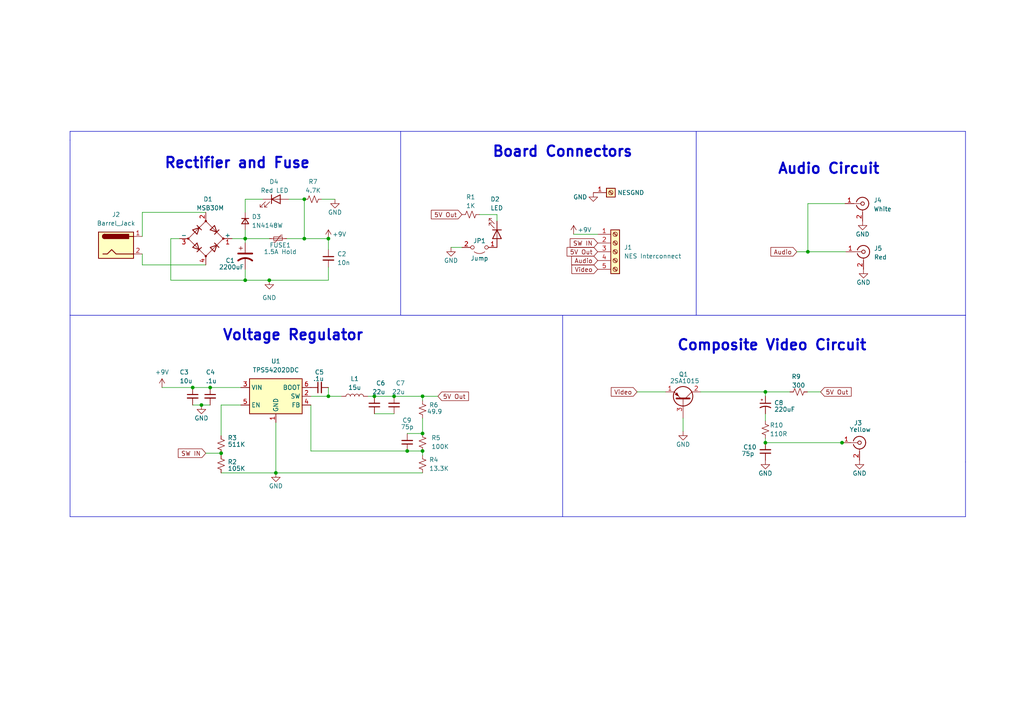
<source format=kicad_sch>
(kicad_sch (version 20230121) (generator eeschema)

  (uuid fc4a9531-4d24-4a51-9912-87dd609490ea)

  (paper "A4")

  (lib_symbols
    (symbol "Connector:Barrel_Jack" (pin_names (offset 1.016)) (in_bom yes) (on_board yes)
      (property "Reference" "J" (at 0 5.334 0)
        (effects (font (size 1.27 1.27)))
      )
      (property "Value" "Barrel_Jack" (at 0 -5.08 0)
        (effects (font (size 1.27 1.27)))
      )
      (property "Footprint" "" (at 1.27 -1.016 0)
        (effects (font (size 1.27 1.27)) hide)
      )
      (property "Datasheet" "~" (at 1.27 -1.016 0)
        (effects (font (size 1.27 1.27)) hide)
      )
      (property "ki_keywords" "DC power barrel jack connector" (at 0 0 0)
        (effects (font (size 1.27 1.27)) hide)
      )
      (property "ki_description" "DC Barrel Jack" (at 0 0 0)
        (effects (font (size 1.27 1.27)) hide)
      )
      (property "ki_fp_filters" "BarrelJack*" (at 0 0 0)
        (effects (font (size 1.27 1.27)) hide)
      )
      (symbol "Barrel_Jack_0_1"
        (rectangle (start -5.08 3.81) (end 5.08 -3.81)
          (stroke (width 0.254) (type default))
          (fill (type background))
        )
        (arc (start -3.302 3.175) (mid -3.9343 2.54) (end -3.302 1.905)
          (stroke (width 0.254) (type default))
          (fill (type none))
        )
        (arc (start -3.302 3.175) (mid -3.9343 2.54) (end -3.302 1.905)
          (stroke (width 0.254) (type default))
          (fill (type outline))
        )
        (polyline
          (pts
            (xy 5.08 2.54)
            (xy 3.81 2.54)
          )
          (stroke (width 0.254) (type default))
          (fill (type none))
        )
        (polyline
          (pts
            (xy -3.81 -2.54)
            (xy -2.54 -2.54)
            (xy -1.27 -1.27)
            (xy 0 -2.54)
            (xy 2.54 -2.54)
            (xy 5.08 -2.54)
          )
          (stroke (width 0.254) (type default))
          (fill (type none))
        )
        (rectangle (start 3.683 3.175) (end -3.302 1.905)
          (stroke (width 0.254) (type default))
          (fill (type outline))
        )
      )
      (symbol "Barrel_Jack_1_1"
        (pin passive line (at 7.62 2.54 180) (length 2.54)
          (name "~" (effects (font (size 1.27 1.27))))
          (number "1" (effects (font (size 1.27 1.27))))
        )
        (pin passive line (at 7.62 -2.54 180) (length 2.54)
          (name "~" (effects (font (size 1.27 1.27))))
          (number "2" (effects (font (size 1.27 1.27))))
        )
      )
    )
    (symbol "Connector:Conn_Coaxial" (pin_names (offset 1.016) hide) (in_bom yes) (on_board yes)
      (property "Reference" "J" (at 0.254 3.048 0)
        (effects (font (size 1.27 1.27)))
      )
      (property "Value" "Conn_Coaxial" (at 2.921 0 90)
        (effects (font (size 1.27 1.27)))
      )
      (property "Footprint" "" (at 0 0 0)
        (effects (font (size 1.27 1.27)) hide)
      )
      (property "Datasheet" " ~" (at 0 0 0)
        (effects (font (size 1.27 1.27)) hide)
      )
      (property "ki_keywords" "BNC SMA SMB SMC LEMO coaxial connector CINCH RCA MCX MMCX U.FL UMRF" (at 0 0 0)
        (effects (font (size 1.27 1.27)) hide)
      )
      (property "ki_description" "coaxial connector (BNC, SMA, SMB, SMC, Cinch/RCA, LEMO, ...)" (at 0 0 0)
        (effects (font (size 1.27 1.27)) hide)
      )
      (property "ki_fp_filters" "*BNC* *SMA* *SMB* *SMC* *Cinch* *LEMO* *UMRF* *MCX* *U.FL*" (at 0 0 0)
        (effects (font (size 1.27 1.27)) hide)
      )
      (symbol "Conn_Coaxial_0_1"
        (arc (start -1.778 -0.508) (mid 0.2311 -1.8066) (end 1.778 0)
          (stroke (width 0.254) (type default))
          (fill (type none))
        )
        (polyline
          (pts
            (xy -2.54 0)
            (xy -0.508 0)
          )
          (stroke (width 0) (type default))
          (fill (type none))
        )
        (polyline
          (pts
            (xy 0 -2.54)
            (xy 0 -1.778)
          )
          (stroke (width 0) (type default))
          (fill (type none))
        )
        (circle (center 0 0) (radius 0.508)
          (stroke (width 0.2032) (type default))
          (fill (type none))
        )
        (arc (start 1.778 0) (mid 0.2099 1.8101) (end -1.778 0.508)
          (stroke (width 0.254) (type default))
          (fill (type none))
        )
      )
      (symbol "Conn_Coaxial_1_1"
        (pin passive line (at -5.08 0 0) (length 2.54)
          (name "In" (effects (font (size 1.27 1.27))))
          (number "1" (effects (font (size 1.27 1.27))))
        )
        (pin passive line (at 0 -5.08 90) (length 2.54)
          (name "Ext" (effects (font (size 1.27 1.27))))
          (number "2" (effects (font (size 1.27 1.27))))
        )
      )
    )
    (symbol "Connector:Screw_Terminal_01x01" (pin_names (offset 1.016) hide) (in_bom yes) (on_board yes)
      (property "Reference" "J" (at 0 2.54 0)
        (effects (font (size 1.27 1.27)))
      )
      (property "Value" "Screw_Terminal_01x01" (at 0 -2.54 0)
        (effects (font (size 1.27 1.27)))
      )
      (property "Footprint" "" (at 0 0 0)
        (effects (font (size 1.27 1.27)) hide)
      )
      (property "Datasheet" "~" (at 0 0 0)
        (effects (font (size 1.27 1.27)) hide)
      )
      (property "ki_keywords" "screw terminal" (at 0 0 0)
        (effects (font (size 1.27 1.27)) hide)
      )
      (property "ki_description" "Generic screw terminal, single row, 01x01, script generated (kicad-library-utils/schlib/autogen/connector/)" (at 0 0 0)
        (effects (font (size 1.27 1.27)) hide)
      )
      (property "ki_fp_filters" "TerminalBlock*:*" (at 0 0 0)
        (effects (font (size 1.27 1.27)) hide)
      )
      (symbol "Screw_Terminal_01x01_1_1"
        (rectangle (start -1.27 1.27) (end 1.27 -1.27)
          (stroke (width 0.254) (type default))
          (fill (type background))
        )
        (polyline
          (pts
            (xy -0.5334 0.3302)
            (xy 0.3302 -0.508)
          )
          (stroke (width 0.1524) (type default))
          (fill (type none))
        )
        (polyline
          (pts
            (xy -0.3556 0.508)
            (xy 0.508 -0.3302)
          )
          (stroke (width 0.1524) (type default))
          (fill (type none))
        )
        (circle (center 0 0) (radius 0.635)
          (stroke (width 0.1524) (type default))
          (fill (type none))
        )
        (pin passive line (at -5.08 0 0) (length 3.81)
          (name "Pin_1" (effects (font (size 1.27 1.27))))
          (number "1" (effects (font (size 1.27 1.27))))
        )
      )
    )
    (symbol "Connector:Screw_Terminal_01x05" (pin_names (offset 1.016) hide) (in_bom yes) (on_board yes)
      (property "Reference" "J" (at 0 7.62 0)
        (effects (font (size 1.27 1.27)))
      )
      (property "Value" "Screw_Terminal_01x05" (at 0 -7.62 0)
        (effects (font (size 1.27 1.27)))
      )
      (property "Footprint" "" (at 0 0 0)
        (effects (font (size 1.27 1.27)) hide)
      )
      (property "Datasheet" "~" (at 0 0 0)
        (effects (font (size 1.27 1.27)) hide)
      )
      (property "ki_keywords" "screw terminal" (at 0 0 0)
        (effects (font (size 1.27 1.27)) hide)
      )
      (property "ki_description" "Generic screw terminal, single row, 01x05, script generated (kicad-library-utils/schlib/autogen/connector/)" (at 0 0 0)
        (effects (font (size 1.27 1.27)) hide)
      )
      (property "ki_fp_filters" "TerminalBlock*:*" (at 0 0 0)
        (effects (font (size 1.27 1.27)) hide)
      )
      (symbol "Screw_Terminal_01x05_1_1"
        (rectangle (start -1.27 6.35) (end 1.27 -6.35)
          (stroke (width 0.254) (type default))
          (fill (type background))
        )
        (circle (center 0 -5.08) (radius 0.635)
          (stroke (width 0.1524) (type default))
          (fill (type none))
        )
        (circle (center 0 -2.54) (radius 0.635)
          (stroke (width 0.1524) (type default))
          (fill (type none))
        )
        (polyline
          (pts
            (xy -0.5334 -4.7498)
            (xy 0.3302 -5.588)
          )
          (stroke (width 0.1524) (type default))
          (fill (type none))
        )
        (polyline
          (pts
            (xy -0.5334 -2.2098)
            (xy 0.3302 -3.048)
          )
          (stroke (width 0.1524) (type default))
          (fill (type none))
        )
        (polyline
          (pts
            (xy -0.5334 0.3302)
            (xy 0.3302 -0.508)
          )
          (stroke (width 0.1524) (type default))
          (fill (type none))
        )
        (polyline
          (pts
            (xy -0.5334 2.8702)
            (xy 0.3302 2.032)
          )
          (stroke (width 0.1524) (type default))
          (fill (type none))
        )
        (polyline
          (pts
            (xy -0.5334 5.4102)
            (xy 0.3302 4.572)
          )
          (stroke (width 0.1524) (type default))
          (fill (type none))
        )
        (polyline
          (pts
            (xy -0.3556 -4.572)
            (xy 0.508 -5.4102)
          )
          (stroke (width 0.1524) (type default))
          (fill (type none))
        )
        (polyline
          (pts
            (xy -0.3556 -2.032)
            (xy 0.508 -2.8702)
          )
          (stroke (width 0.1524) (type default))
          (fill (type none))
        )
        (polyline
          (pts
            (xy -0.3556 0.508)
            (xy 0.508 -0.3302)
          )
          (stroke (width 0.1524) (type default))
          (fill (type none))
        )
        (polyline
          (pts
            (xy -0.3556 3.048)
            (xy 0.508 2.2098)
          )
          (stroke (width 0.1524) (type default))
          (fill (type none))
        )
        (polyline
          (pts
            (xy -0.3556 5.588)
            (xy 0.508 4.7498)
          )
          (stroke (width 0.1524) (type default))
          (fill (type none))
        )
        (circle (center 0 0) (radius 0.635)
          (stroke (width 0.1524) (type default))
          (fill (type none))
        )
        (circle (center 0 2.54) (radius 0.635)
          (stroke (width 0.1524) (type default))
          (fill (type none))
        )
        (circle (center 0 5.08) (radius 0.635)
          (stroke (width 0.1524) (type default))
          (fill (type none))
        )
        (pin passive line (at -5.08 5.08 0) (length 3.81)
          (name "Pin_1" (effects (font (size 1.27 1.27))))
          (number "1" (effects (font (size 1.27 1.27))))
        )
        (pin passive line (at -5.08 2.54 0) (length 3.81)
          (name "Pin_2" (effects (font (size 1.27 1.27))))
          (number "2" (effects (font (size 1.27 1.27))))
        )
        (pin passive line (at -5.08 0 0) (length 3.81)
          (name "Pin_3" (effects (font (size 1.27 1.27))))
          (number "3" (effects (font (size 1.27 1.27))))
        )
        (pin passive line (at -5.08 -2.54 0) (length 3.81)
          (name "Pin_4" (effects (font (size 1.27 1.27))))
          (number "4" (effects (font (size 1.27 1.27))))
        )
        (pin passive line (at -5.08 -5.08 0) (length 3.81)
          (name "Pin_5" (effects (font (size 1.27 1.27))))
          (number "5" (effects (font (size 1.27 1.27))))
        )
      )
    )
    (symbol "Device:C_Polarized_Small_US" (pin_numbers hide) (pin_names (offset 0.254) hide) (in_bom yes) (on_board yes)
      (property "Reference" "C" (at 0.254 1.778 0)
        (effects (font (size 1.27 1.27)) (justify left))
      )
      (property "Value" "C_Polarized_Small_US" (at 0.254 -2.032 0)
        (effects (font (size 1.27 1.27)) (justify left))
      )
      (property "Footprint" "" (at 0 0 0)
        (effects (font (size 1.27 1.27)) hide)
      )
      (property "Datasheet" "~" (at 0 0 0)
        (effects (font (size 1.27 1.27)) hide)
      )
      (property "ki_keywords" "cap capacitor" (at 0 0 0)
        (effects (font (size 1.27 1.27)) hide)
      )
      (property "ki_description" "Polarized capacitor, small US symbol" (at 0 0 0)
        (effects (font (size 1.27 1.27)) hide)
      )
      (property "ki_fp_filters" "CP_*" (at 0 0 0)
        (effects (font (size 1.27 1.27)) hide)
      )
      (symbol "C_Polarized_Small_US_0_1"
        (polyline
          (pts
            (xy -1.524 0.508)
            (xy 1.524 0.508)
          )
          (stroke (width 0.3048) (type default))
          (fill (type none))
        )
        (polyline
          (pts
            (xy -1.27 1.524)
            (xy -0.762 1.524)
          )
          (stroke (width 0) (type default))
          (fill (type none))
        )
        (polyline
          (pts
            (xy -1.016 1.27)
            (xy -1.016 1.778)
          )
          (stroke (width 0) (type default))
          (fill (type none))
        )
        (arc (start 1.524 -0.762) (mid 0 -0.3734) (end -1.524 -0.762)
          (stroke (width 0.3048) (type default))
          (fill (type none))
        )
      )
      (symbol "C_Polarized_Small_US_1_1"
        (pin passive line (at 0 2.54 270) (length 2.032)
          (name "~" (effects (font (size 1.27 1.27))))
          (number "1" (effects (font (size 1.27 1.27))))
        )
        (pin passive line (at 0 -2.54 90) (length 2.032)
          (name "~" (effects (font (size 1.27 1.27))))
          (number "2" (effects (font (size 1.27 1.27))))
        )
      )
    )
    (symbol "Device:C_Polarized_US" (pin_numbers hide) (pin_names (offset 0.254) hide) (in_bom yes) (on_board yes)
      (property "Reference" "C" (at 0.635 2.54 0)
        (effects (font (size 1.27 1.27)) (justify left))
      )
      (property "Value" "C_Polarized_US" (at 0.635 -2.54 0)
        (effects (font (size 1.27 1.27)) (justify left))
      )
      (property "Footprint" "" (at 0 0 0)
        (effects (font (size 1.27 1.27)) hide)
      )
      (property "Datasheet" "~" (at 0 0 0)
        (effects (font (size 1.27 1.27)) hide)
      )
      (property "ki_keywords" "cap capacitor" (at 0 0 0)
        (effects (font (size 1.27 1.27)) hide)
      )
      (property "ki_description" "Polarized capacitor, US symbol" (at 0 0 0)
        (effects (font (size 1.27 1.27)) hide)
      )
      (property "ki_fp_filters" "CP_*" (at 0 0 0)
        (effects (font (size 1.27 1.27)) hide)
      )
      (symbol "C_Polarized_US_0_1"
        (polyline
          (pts
            (xy -2.032 0.762)
            (xy 2.032 0.762)
          )
          (stroke (width 0.508) (type default))
          (fill (type none))
        )
        (polyline
          (pts
            (xy -1.778 2.286)
            (xy -0.762 2.286)
          )
          (stroke (width 0) (type default))
          (fill (type none))
        )
        (polyline
          (pts
            (xy -1.27 1.778)
            (xy -1.27 2.794)
          )
          (stroke (width 0) (type default))
          (fill (type none))
        )
        (arc (start 2.032 -1.27) (mid 0 -0.5572) (end -2.032 -1.27)
          (stroke (width 0.508) (type default))
          (fill (type none))
        )
      )
      (symbol "C_Polarized_US_1_1"
        (pin passive line (at 0 3.81 270) (length 2.794)
          (name "~" (effects (font (size 1.27 1.27))))
          (number "1" (effects (font (size 1.27 1.27))))
        )
        (pin passive line (at 0 -3.81 90) (length 3.302)
          (name "~" (effects (font (size 1.27 1.27))))
          (number "2" (effects (font (size 1.27 1.27))))
        )
      )
    )
    (symbol "Device:C_Small" (pin_numbers hide) (pin_names (offset 0.254) hide) (in_bom yes) (on_board yes)
      (property "Reference" "C" (at 0.254 1.778 0)
        (effects (font (size 1.27 1.27)) (justify left))
      )
      (property "Value" "C_Small" (at 0.254 -2.032 0)
        (effects (font (size 1.27 1.27)) (justify left))
      )
      (property "Footprint" "" (at 0 0 0)
        (effects (font (size 1.27 1.27)) hide)
      )
      (property "Datasheet" "~" (at 0 0 0)
        (effects (font (size 1.27 1.27)) hide)
      )
      (property "ki_keywords" "capacitor cap" (at 0 0 0)
        (effects (font (size 1.27 1.27)) hide)
      )
      (property "ki_description" "Unpolarized capacitor, small symbol" (at 0 0 0)
        (effects (font (size 1.27 1.27)) hide)
      )
      (property "ki_fp_filters" "C_*" (at 0 0 0)
        (effects (font (size 1.27 1.27)) hide)
      )
      (symbol "C_Small_0_1"
        (polyline
          (pts
            (xy -1.524 -0.508)
            (xy 1.524 -0.508)
          )
          (stroke (width 0.3302) (type default))
          (fill (type none))
        )
        (polyline
          (pts
            (xy -1.524 0.508)
            (xy 1.524 0.508)
          )
          (stroke (width 0.3048) (type default))
          (fill (type none))
        )
      )
      (symbol "C_Small_1_1"
        (pin passive line (at 0 2.54 270) (length 2.032)
          (name "~" (effects (font (size 1.27 1.27))))
          (number "1" (effects (font (size 1.27 1.27))))
        )
        (pin passive line (at 0 -2.54 90) (length 2.032)
          (name "~" (effects (font (size 1.27 1.27))))
          (number "2" (effects (font (size 1.27 1.27))))
        )
      )
    )
    (symbol "Device:D_Bridge_+-AA" (pin_names (offset 0)) (in_bom yes) (on_board yes)
      (property "Reference" "D1" (at 0.635 11.43 0)
        (effects (font (size 1.27 1.27)))
      )
      (property "Value" "MSB30M" (at 1.27 8.89 0)
        (effects (font (size 1.27 1.27)))
      )
      (property "Footprint" "" (at 0 0 0)
        (effects (font (size 1.27 1.27)) hide)
      )
      (property "Datasheet" "~" (at 0 0 0)
        (effects (font (size 1.27 1.27)) hide)
      )
      (property "ki_keywords" "rectifier ACDC" (at 0 0 0)
        (effects (font (size 1.27 1.27)) hide)
      )
      (property "ki_description" "Diode bridge, +ve/-ve/AC/AC" (at 0 0 0)
        (effects (font (size 1.27 1.27)) hide)
      )
      (property "ki_fp_filters" "D*Bridge* D*Rectifier*" (at 0 0 0)
        (effects (font (size 1.27 1.27)) hide)
      )
      (symbol "D_Bridge_+-AA_0_1"
        (circle (center -5.08 0) (radius 0.254)
          (stroke (width 0) (type default))
          (fill (type outline))
        )
        (circle (center 0 -5.08) (radius 0.254)
          (stroke (width 0) (type default))
          (fill (type outline))
        )
        (polyline
          (pts
            (xy -2.54 3.81)
            (xy -1.27 2.54)
          )
          (stroke (width 0.254) (type default))
          (fill (type none))
        )
        (polyline
          (pts
            (xy -1.27 -2.54)
            (xy -2.54 -3.81)
          )
          (stroke (width 0.254) (type default))
          (fill (type none))
        )
        (polyline
          (pts
            (xy 2.54 -1.27)
            (xy 3.81 -2.54)
          )
          (stroke (width 0.254) (type default))
          (fill (type none))
        )
        (polyline
          (pts
            (xy 2.54 1.27)
            (xy 3.81 2.54)
          )
          (stroke (width 0.254) (type default))
          (fill (type none))
        )
        (polyline
          (pts
            (xy -3.81 2.54)
            (xy -2.54 1.27)
            (xy -1.905 3.175)
            (xy -3.81 2.54)
          )
          (stroke (width 0.254) (type default))
          (fill (type none))
        )
        (polyline
          (pts
            (xy -2.54 -1.27)
            (xy -3.81 -2.54)
            (xy -1.905 -3.175)
            (xy -2.54 -1.27)
          )
          (stroke (width 0.254) (type default))
          (fill (type none))
        )
        (polyline
          (pts
            (xy 1.27 2.54)
            (xy 2.54 3.81)
            (xy 3.175 1.905)
            (xy 1.27 2.54)
          )
          (stroke (width 0.254) (type default))
          (fill (type none))
        )
        (polyline
          (pts
            (xy 3.175 -1.905)
            (xy 1.27 -2.54)
            (xy 2.54 -3.81)
            (xy 3.175 -1.905)
          )
          (stroke (width 0.254) (type default))
          (fill (type none))
        )
        (polyline
          (pts
            (xy -5.08 0)
            (xy 0 -5.08)
            (xy 5.08 0)
            (xy 0 5.08)
            (xy -5.08 0)
          )
          (stroke (width 0) (type default))
          (fill (type none))
        )
        (circle (center 0 5.08) (radius 0.254)
          (stroke (width 0) (type default))
          (fill (type outline))
        )
        (circle (center 5.08 0) (radius 0.254)
          (stroke (width 0) (type default))
          (fill (type outline))
        )
      )
      (symbol "D_Bridge_+-AA_1_1"
        (pin passive line (at 7.62 0 180) (length 2.54)
          (name "+" (effects (font (size 1.27 1.27))))
          (number "1" (effects (font (size 1.27 1.27))))
        )
        (pin passive line (at 0 7.62 270) (length 2.54)
          (name "" (effects (font (size 1.27 1.27))))
          (number "2" (effects (font (size 1.27 1.27))))
        )
        (pin passive line (at -7.62 0 0) (length 2.54)
          (name "-" (effects (font (size 1.27 1.27))))
          (number "3" (effects (font (size 1.27 1.27))))
        )
        (pin passive line (at 0 -7.62 90) (length 2.54)
          (name "~" (effects (font (size 1.27 1.27))))
          (number "4" (effects (font (size 1.27 1.27))))
        )
      )
    )
    (symbol "Device:D_Small" (pin_numbers hide) (pin_names (offset 0.254) hide) (in_bom yes) (on_board yes)
      (property "Reference" "D" (at -1.27 2.032 0)
        (effects (font (size 1.27 1.27)) (justify left))
      )
      (property "Value" "D_Small" (at -3.81 -2.032 0)
        (effects (font (size 1.27 1.27)) (justify left))
      )
      (property "Footprint" "" (at 0 0 90)
        (effects (font (size 1.27 1.27)) hide)
      )
      (property "Datasheet" "~" (at 0 0 90)
        (effects (font (size 1.27 1.27)) hide)
      )
      (property "Sim.Device" "D" (at 0 0 0)
        (effects (font (size 1.27 1.27)) hide)
      )
      (property "Sim.Pins" "1=K 2=A" (at 0 0 0)
        (effects (font (size 1.27 1.27)) hide)
      )
      (property "ki_keywords" "diode" (at 0 0 0)
        (effects (font (size 1.27 1.27)) hide)
      )
      (property "ki_description" "Diode, small symbol" (at 0 0 0)
        (effects (font (size 1.27 1.27)) hide)
      )
      (property "ki_fp_filters" "TO-???* *_Diode_* *SingleDiode* D_*" (at 0 0 0)
        (effects (font (size 1.27 1.27)) hide)
      )
      (symbol "D_Small_0_1"
        (polyline
          (pts
            (xy -0.762 -1.016)
            (xy -0.762 1.016)
          )
          (stroke (width 0.254) (type default))
          (fill (type none))
        )
        (polyline
          (pts
            (xy -0.762 0)
            (xy 0.762 0)
          )
          (stroke (width 0) (type default))
          (fill (type none))
        )
        (polyline
          (pts
            (xy 0.762 -1.016)
            (xy -0.762 0)
            (xy 0.762 1.016)
            (xy 0.762 -1.016)
          )
          (stroke (width 0.254) (type default))
          (fill (type none))
        )
      )
      (symbol "D_Small_1_1"
        (pin passive line (at -2.54 0 0) (length 1.778)
          (name "K" (effects (font (size 1.27 1.27))))
          (number "1" (effects (font (size 1.27 1.27))))
        )
        (pin passive line (at 2.54 0 180) (length 1.778)
          (name "A" (effects (font (size 1.27 1.27))))
          (number "2" (effects (font (size 1.27 1.27))))
        )
      )
    )
    (symbol "Device:L" (pin_numbers hide) (pin_names (offset 1.016) hide) (in_bom yes) (on_board yes)
      (property "Reference" "L" (at -1.27 0 90)
        (effects (font (size 1.27 1.27)))
      )
      (property "Value" "L" (at 1.905 0 90)
        (effects (font (size 1.27 1.27)))
      )
      (property "Footprint" "" (at 0 0 0)
        (effects (font (size 1.27 1.27)) hide)
      )
      (property "Datasheet" "~" (at 0 0 0)
        (effects (font (size 1.27 1.27)) hide)
      )
      (property "ki_keywords" "inductor choke coil reactor magnetic" (at 0 0 0)
        (effects (font (size 1.27 1.27)) hide)
      )
      (property "ki_description" "Inductor" (at 0 0 0)
        (effects (font (size 1.27 1.27)) hide)
      )
      (property "ki_fp_filters" "Choke_* *Coil* Inductor_* L_*" (at 0 0 0)
        (effects (font (size 1.27 1.27)) hide)
      )
      (symbol "L_0_1"
        (arc (start 0 -2.54) (mid 0.6323 -1.905) (end 0 -1.27)
          (stroke (width 0) (type default))
          (fill (type none))
        )
        (arc (start 0 -1.27) (mid 0.6323 -0.635) (end 0 0)
          (stroke (width 0) (type default))
          (fill (type none))
        )
        (arc (start 0 0) (mid 0.6323 0.635) (end 0 1.27)
          (stroke (width 0) (type default))
          (fill (type none))
        )
        (arc (start 0 1.27) (mid 0.6323 1.905) (end 0 2.54)
          (stroke (width 0) (type default))
          (fill (type none))
        )
      )
      (symbol "L_1_1"
        (pin passive line (at 0 3.81 270) (length 1.27)
          (name "1" (effects (font (size 1.27 1.27))))
          (number "1" (effects (font (size 1.27 1.27))))
        )
        (pin passive line (at 0 -3.81 90) (length 1.27)
          (name "2" (effects (font (size 1.27 1.27))))
          (number "2" (effects (font (size 1.27 1.27))))
        )
      )
    )
    (symbol "Device:LED" (pin_numbers hide) (pin_names (offset 1.016) hide) (in_bom yes) (on_board yes)
      (property "Reference" "D" (at 0 2.54 0)
        (effects (font (size 1.27 1.27)))
      )
      (property "Value" "LED" (at 0 -2.54 0)
        (effects (font (size 1.27 1.27)))
      )
      (property "Footprint" "" (at 0 0 0)
        (effects (font (size 1.27 1.27)) hide)
      )
      (property "Datasheet" "~" (at 0 0 0)
        (effects (font (size 1.27 1.27)) hide)
      )
      (property "ki_keywords" "LED diode" (at 0 0 0)
        (effects (font (size 1.27 1.27)) hide)
      )
      (property "ki_description" "Light emitting diode" (at 0 0 0)
        (effects (font (size 1.27 1.27)) hide)
      )
      (property "ki_fp_filters" "LED* LED_SMD:* LED_THT:*" (at 0 0 0)
        (effects (font (size 1.27 1.27)) hide)
      )
      (symbol "LED_0_1"
        (polyline
          (pts
            (xy -1.27 -1.27)
            (xy -1.27 1.27)
          )
          (stroke (width 0.254) (type default))
          (fill (type none))
        )
        (polyline
          (pts
            (xy -1.27 0)
            (xy 1.27 0)
          )
          (stroke (width 0) (type default))
          (fill (type none))
        )
        (polyline
          (pts
            (xy 1.27 -1.27)
            (xy 1.27 1.27)
            (xy -1.27 0)
            (xy 1.27 -1.27)
          )
          (stroke (width 0.254) (type default))
          (fill (type none))
        )
        (polyline
          (pts
            (xy -3.048 -0.762)
            (xy -4.572 -2.286)
            (xy -3.81 -2.286)
            (xy -4.572 -2.286)
            (xy -4.572 -1.524)
          )
          (stroke (width 0) (type default))
          (fill (type none))
        )
        (polyline
          (pts
            (xy -1.778 -0.762)
            (xy -3.302 -2.286)
            (xy -2.54 -2.286)
            (xy -3.302 -2.286)
            (xy -3.302 -1.524)
          )
          (stroke (width 0) (type default))
          (fill (type none))
        )
      )
      (symbol "LED_1_1"
        (pin passive line (at -3.81 0 0) (length 2.54)
          (name "K" (effects (font (size 1.27 1.27))))
          (number "1" (effects (font (size 1.27 1.27))))
        )
        (pin passive line (at 3.81 0 180) (length 2.54)
          (name "A" (effects (font (size 1.27 1.27))))
          (number "2" (effects (font (size 1.27 1.27))))
        )
      )
    )
    (symbol "Device:Polyfuse_Small" (pin_numbers hide) (pin_names (offset 0)) (in_bom yes) (on_board yes)
      (property "Reference" "F" (at -1.905 0 90)
        (effects (font (size 1.27 1.27)))
      )
      (property "Value" "Polyfuse_Small" (at 1.905 0 90)
        (effects (font (size 1.27 1.27)))
      )
      (property "Footprint" "" (at 1.27 -5.08 0)
        (effects (font (size 1.27 1.27)) (justify left) hide)
      )
      (property "Datasheet" "~" (at 0 0 0)
        (effects (font (size 1.27 1.27)) hide)
      )
      (property "ki_keywords" "resettable fuse PTC PPTC polyfuse polyswitch" (at 0 0 0)
        (effects (font (size 1.27 1.27)) hide)
      )
      (property "ki_description" "Resettable fuse, polymeric positive temperature coefficient, small symbol" (at 0 0 0)
        (effects (font (size 1.27 1.27)) hide)
      )
      (property "ki_fp_filters" "*polyfuse* *PTC*" (at 0 0 0)
        (effects (font (size 1.27 1.27)) hide)
      )
      (symbol "Polyfuse_Small_0_1"
        (rectangle (start -0.508 1.27) (end 0.508 -1.27)
          (stroke (width 0) (type default))
          (fill (type none))
        )
        (polyline
          (pts
            (xy 0 2.54)
            (xy 0 -2.54)
          )
          (stroke (width 0) (type default))
          (fill (type none))
        )
        (polyline
          (pts
            (xy -1.016 1.27)
            (xy -1.016 0.762)
            (xy 1.016 -0.762)
            (xy 1.016 -1.27)
          )
          (stroke (width 0) (type default))
          (fill (type none))
        )
      )
      (symbol "Polyfuse_Small_1_1"
        (pin passive line (at 0 2.54 270) (length 0.635)
          (name "~" (effects (font (size 1.27 1.27))))
          (number "1" (effects (font (size 1.27 1.27))))
        )
        (pin passive line (at 0 -2.54 90) (length 0.635)
          (name "~" (effects (font (size 1.27 1.27))))
          (number "2" (effects (font (size 1.27 1.27))))
        )
      )
    )
    (symbol "Device:R_Small_US" (pin_numbers hide) (pin_names (offset 0.254) hide) (in_bom yes) (on_board yes)
      (property "Reference" "R" (at 0.762 0.508 0)
        (effects (font (size 1.27 1.27)) (justify left))
      )
      (property "Value" "R_Small_US" (at 0.762 -1.016 0)
        (effects (font (size 1.27 1.27)) (justify left))
      )
      (property "Footprint" "" (at 0 0 0)
        (effects (font (size 1.27 1.27)) hide)
      )
      (property "Datasheet" "~" (at 0 0 0)
        (effects (font (size 1.27 1.27)) hide)
      )
      (property "ki_keywords" "r resistor" (at 0 0 0)
        (effects (font (size 1.27 1.27)) hide)
      )
      (property "ki_description" "Resistor, small US symbol" (at 0 0 0)
        (effects (font (size 1.27 1.27)) hide)
      )
      (property "ki_fp_filters" "R_*" (at 0 0 0)
        (effects (font (size 1.27 1.27)) hide)
      )
      (symbol "R_Small_US_1_1"
        (polyline
          (pts
            (xy 0 0)
            (xy 1.016 -0.381)
            (xy 0 -0.762)
            (xy -1.016 -1.143)
            (xy 0 -1.524)
          )
          (stroke (width 0) (type default))
          (fill (type none))
        )
        (polyline
          (pts
            (xy 0 1.524)
            (xy 1.016 1.143)
            (xy 0 0.762)
            (xy -1.016 0.381)
            (xy 0 0)
          )
          (stroke (width 0) (type default))
          (fill (type none))
        )
        (pin passive line (at 0 2.54 270) (length 1.016)
          (name "~" (effects (font (size 1.27 1.27))))
          (number "1" (effects (font (size 1.27 1.27))))
        )
        (pin passive line (at 0 -2.54 90) (length 1.016)
          (name "~" (effects (font (size 1.27 1.27))))
          (number "2" (effects (font (size 1.27 1.27))))
        )
      )
    )
    (symbol "Jumper:Jumper_2_Open" (pin_names (offset 0) hide) (in_bom yes) (on_board yes)
      (property "Reference" "JP" (at 0 2.794 0)
        (effects (font (size 1.27 1.27)))
      )
      (property "Value" "Jumper_2_Open" (at 0 -2.286 0)
        (effects (font (size 1.27 1.27)))
      )
      (property "Footprint" "" (at 0 0 0)
        (effects (font (size 1.27 1.27)) hide)
      )
      (property "Datasheet" "~" (at 0 0 0)
        (effects (font (size 1.27 1.27)) hide)
      )
      (property "ki_keywords" "Jumper SPST" (at 0 0 0)
        (effects (font (size 1.27 1.27)) hide)
      )
      (property "ki_description" "Jumper, 2-pole, open" (at 0 0 0)
        (effects (font (size 1.27 1.27)) hide)
      )
      (property "ki_fp_filters" "Jumper* TestPoint*2Pads* TestPoint*Bridge*" (at 0 0 0)
        (effects (font (size 1.27 1.27)) hide)
      )
      (symbol "Jumper_2_Open_0_0"
        (circle (center -2.032 0) (radius 0.508)
          (stroke (width 0) (type default))
          (fill (type none))
        )
        (circle (center 2.032 0) (radius 0.508)
          (stroke (width 0) (type default))
          (fill (type none))
        )
      )
      (symbol "Jumper_2_Open_0_1"
        (arc (start 1.524 1.27) (mid 0 1.778) (end -1.524 1.27)
          (stroke (width 0) (type default))
          (fill (type none))
        )
      )
      (symbol "Jumper_2_Open_1_1"
        (pin passive line (at -5.08 0 0) (length 2.54)
          (name "A" (effects (font (size 1.27 1.27))))
          (number "1" (effects (font (size 1.27 1.27))))
        )
        (pin passive line (at 5.08 0 180) (length 2.54)
          (name "B" (effects (font (size 1.27 1.27))))
          (number "2" (effects (font (size 1.27 1.27))))
        )
      )
    )
    (symbol "Regulator_Switching:TPS54202DDC" (in_bom yes) (on_board yes)
      (property "Reference" "U" (at -7.62 6.35 0)
        (effects (font (size 1.27 1.27)) (justify left))
      )
      (property "Value" "TPS54202DDC" (at 0 6.35 0)
        (effects (font (size 1.27 1.27)) (justify left))
      )
      (property "Footprint" "Package_TO_SOT_SMD:SOT-23-6" (at 1.27 -8.89 0)
        (effects (font (size 1.27 1.27)) (justify left) hide)
      )
      (property "Datasheet" "http://www.ti.com/lit/ds/symlink/tps54202.pdf" (at -7.62 8.89 0)
        (effects (font (size 1.27 1.27)) hide)
      )
      (property "ki_keywords" "switching buck converter power-supply voltage regulator emi spread spectrum" (at 0 0 0)
        (effects (font (size 1.27 1.27)) hide)
      )
      (property "ki_description" "2A, 4.5 to 28V Input, EMI Friendly integrated switch synchronous step-down regulator, pulse-skipping, SOT-23-6" (at 0 0 0)
        (effects (font (size 1.27 1.27)) hide)
      )
      (property "ki_fp_filters" "SOT?23*" (at 0 0 0)
        (effects (font (size 1.27 1.27)) hide)
      )
      (symbol "TPS54202DDC_0_1"
        (rectangle (start -7.62 5.08) (end 7.62 -5.08)
          (stroke (width 0.254) (type default))
          (fill (type background))
        )
      )
      (symbol "TPS54202DDC_1_1"
        (pin power_in line (at 0 -7.62 90) (length 2.54)
          (name "GND" (effects (font (size 1.27 1.27))))
          (number "1" (effects (font (size 1.27 1.27))))
        )
        (pin power_out line (at 10.16 0 180) (length 2.54)
          (name "SW" (effects (font (size 1.27 1.27))))
          (number "2" (effects (font (size 1.27 1.27))))
        )
        (pin power_in line (at -10.16 2.54 0) (length 2.54)
          (name "VIN" (effects (font (size 1.27 1.27))))
          (number "3" (effects (font (size 1.27 1.27))))
        )
        (pin input line (at 10.16 -2.54 180) (length 2.54)
          (name "FB" (effects (font (size 1.27 1.27))))
          (number "4" (effects (font (size 1.27 1.27))))
        )
        (pin input line (at -10.16 -2.54 0) (length 2.54)
          (name "EN" (effects (font (size 1.27 1.27))))
          (number "5" (effects (font (size 1.27 1.27))))
        )
        (pin passive line (at 10.16 2.54 180) (length 2.54)
          (name "BOOT" (effects (font (size 1.27 1.27))))
          (number "6" (effects (font (size 1.27 1.27))))
        )
      )
    )
    (symbol "Transistor_BJT:2SA1015" (pin_names (offset 0) hide) (in_bom yes) (on_board yes)
      (property "Reference" "Q" (at 5.08 1.905 0)
        (effects (font (size 1.27 1.27)) (justify left))
      )
      (property "Value" "2SA1015" (at 5.08 0 0)
        (effects (font (size 1.27 1.27)) (justify left))
      )
      (property "Footprint" "Package_TO_SOT_THT:TO-92_Inline" (at 5.08 -1.905 0)
        (effects (font (size 1.27 1.27) italic) (justify left) hide)
      )
      (property "Datasheet" "http://www.datasheetcatalog.org/datasheet/toshiba/905.pdf" (at 0 0 0)
        (effects (font (size 1.27 1.27)) (justify left) hide)
      )
      (property "ki_keywords" "Low Noise Audio PNP Transistor" (at 0 0 0)
        (effects (font (size 1.27 1.27)) hide)
      )
      (property "ki_description" "-0.15A Ic, -50V Vce, Low Noise Audio PNP Transistor, TO-92" (at 0 0 0)
        (effects (font (size 1.27 1.27)) hide)
      )
      (property "ki_fp_filters" "TO?92*" (at 0 0 0)
        (effects (font (size 1.27 1.27)) hide)
      )
      (symbol "2SA1015_0_1"
        (polyline
          (pts
            (xy 0 0)
            (xy 0.635 0)
          )
          (stroke (width 0) (type default))
          (fill (type none))
        )
        (polyline
          (pts
            (xy 2.54 -2.54)
            (xy 0.635 -0.635)
          )
          (stroke (width 0) (type default))
          (fill (type none))
        )
        (polyline
          (pts
            (xy 2.54 2.54)
            (xy 0.635 0.635)
          )
          (stroke (width 0) (type default))
          (fill (type none))
        )
        (polyline
          (pts
            (xy 0.635 1.905)
            (xy 0.635 -1.905)
            (xy 0.635 -1.905)
          )
          (stroke (width 0.508) (type default))
          (fill (type outline))
        )
        (polyline
          (pts
            (xy 1.778 -2.286)
            (xy 2.286 -1.778)
            (xy 1.27 -1.27)
            (xy 1.778 -2.286)
            (xy 1.778 -2.286)
          )
          (stroke (width 0) (type default))
          (fill (type outline))
        )
        (circle (center 1.27 0) (radius 2.8194)
          (stroke (width 0.254) (type default))
          (fill (type none))
        )
      )
      (symbol "2SA1015_1_1"
        (pin passive line (at 2.54 -5.08 90) (length 2.54)
          (name "E" (effects (font (size 1.27 1.27))))
          (number "1" (effects (font (size 1.27 1.27))))
        )
        (pin passive line (at 2.54 5.08 270) (length 2.54)
          (name "C" (effects (font (size 1.27 1.27))))
          (number "2" (effects (font (size 1.27 1.27))))
        )
        (pin input line (at -5.08 0 0) (length 5.08)
          (name "B" (effects (font (size 1.27 1.27))))
          (number "3" (effects (font (size 1.27 1.27))))
        )
      )
    )
    (symbol "power:+9V" (power) (pin_names (offset 0)) (in_bom yes) (on_board yes)
      (property "Reference" "#PWR" (at 0 -3.81 0)
        (effects (font (size 1.27 1.27)) hide)
      )
      (property "Value" "+9V" (at 0 3.556 0)
        (effects (font (size 1.27 1.27)))
      )
      (property "Footprint" "" (at 0 0 0)
        (effects (font (size 1.27 1.27)) hide)
      )
      (property "Datasheet" "" (at 0 0 0)
        (effects (font (size 1.27 1.27)) hide)
      )
      (property "ki_keywords" "global power" (at 0 0 0)
        (effects (font (size 1.27 1.27)) hide)
      )
      (property "ki_description" "Power symbol creates a global label with name \"+9V\"" (at 0 0 0)
        (effects (font (size 1.27 1.27)) hide)
      )
      (symbol "+9V_0_1"
        (polyline
          (pts
            (xy -0.762 1.27)
            (xy 0 2.54)
          )
          (stroke (width 0) (type default))
          (fill (type none))
        )
        (polyline
          (pts
            (xy 0 0)
            (xy 0 2.54)
          )
          (stroke (width 0) (type default))
          (fill (type none))
        )
        (polyline
          (pts
            (xy 0 2.54)
            (xy 0.762 1.27)
          )
          (stroke (width 0) (type default))
          (fill (type none))
        )
      )
      (symbol "+9V_1_1"
        (pin power_in line (at 0 0 90) (length 0) hide
          (name "+9V" (effects (font (size 1.27 1.27))))
          (number "1" (effects (font (size 1.27 1.27))))
        )
      )
    )
    (symbol "power:GND" (power) (pin_names (offset 0)) (in_bom yes) (on_board yes)
      (property "Reference" "#PWR" (at 0 -6.35 0)
        (effects (font (size 1.27 1.27)) hide)
      )
      (property "Value" "GND" (at 0 -3.81 0)
        (effects (font (size 1.27 1.27)))
      )
      (property "Footprint" "" (at 0 0 0)
        (effects (font (size 1.27 1.27)) hide)
      )
      (property "Datasheet" "" (at 0 0 0)
        (effects (font (size 1.27 1.27)) hide)
      )
      (property "ki_keywords" "global power" (at 0 0 0)
        (effects (font (size 1.27 1.27)) hide)
      )
      (property "ki_description" "Power symbol creates a global label with name \"GND\" , ground" (at 0 0 0)
        (effects (font (size 1.27 1.27)) hide)
      )
      (symbol "GND_0_1"
        (polyline
          (pts
            (xy 0 0)
            (xy 0 -1.27)
            (xy 1.27 -1.27)
            (xy 0 -2.54)
            (xy -1.27 -1.27)
            (xy 0 -1.27)
          )
          (stroke (width 0) (type default))
          (fill (type none))
        )
      )
      (symbol "GND_1_1"
        (pin power_in line (at 0 0 270) (length 0) hide
          (name "GND" (effects (font (size 1.27 1.27))))
          (number "1" (effects (font (size 1.27 1.27))))
        )
      )
    )
  )

  (junction (at 114.3 114.935) (diameter 0) (color 0 0 0 0)
    (uuid 03aef0e4-e470-44c9-97f5-ad371e1c53af)
  )
  (junction (at 108.585 114.935) (diameter 0) (color 0 0 0 0)
    (uuid 0b91dd7e-b217-4d4a-93d7-9fc49607ecc4)
  )
  (junction (at 58.42 117.475) (diameter 0) (color 0 0 0 0)
    (uuid 1e47442d-c905-4977-9214-9c6e2dbe2cdc)
  )
  (junction (at 122.555 125.73) (diameter 0) (color 0 0 0 0)
    (uuid 30752b6e-28a6-4017-9f5b-72f21a74f970)
  )
  (junction (at 122.555 114.935) (diameter 0) (color 0 0 0 0)
    (uuid 3dbac54c-1b8d-4a8c-912e-2966884ccfd9)
  )
  (junction (at 60.96 112.395) (diameter 0) (color 0 0 0 0)
    (uuid 46ee4dd0-bfdf-4770-8813-a753251049c4)
  )
  (junction (at 122.555 130.81) (diameter 0) (color 0 0 0 0)
    (uuid 47aa3983-771b-45b9-bf4c-9e8683e587a1)
  )
  (junction (at 71.12 81.28) (diameter 0) (color 0 0 0 0)
    (uuid 47cca3e0-75c5-4431-864d-787dfbd0851d)
  )
  (junction (at 78.105 81.28) (diameter 0) (color 0 0 0 0)
    (uuid 56010d46-02ee-4798-8673-b4b82148e0b0)
  )
  (junction (at 88.265 57.785) (diameter 0) (color 0 0 0 0)
    (uuid 567522cc-fb3f-4f9c-a357-fdeded20b467)
  )
  (junction (at 95.25 114.935) (diameter 0) (color 0 0 0 0)
    (uuid 6c269a8d-50fa-4d9c-a5fa-2ff87bdf4ad8)
  )
  (junction (at 80.01 137.16) (diameter 0) (color 0 0 0 0)
    (uuid 6c704084-6c97-46d7-b858-1c4dfbc5dfc1)
  )
  (junction (at 71.12 69.215) (diameter 0) (color 0 0 0 0)
    (uuid 899ba4cb-dc55-4192-b418-76a587bd6da1)
  )
  (junction (at 221.996 113.665) (diameter 0) (color 0 0 0 0)
    (uuid cfd72f43-4880-4d04-b665-7fa2580e3dba)
  )
  (junction (at 95.25 69.215) (diameter 0) (color 0 0 0 0)
    (uuid d59a52e8-32ac-4560-9050-dc1ef44d0786)
  )
  (junction (at 221.996 128.397) (diameter 0) (color 0 0 0 0)
    (uuid d5f14754-8cae-4555-aae6-77a9cad8c297)
  )
  (junction (at 234.315 73.025) (diameter 0) (color 0 0 0 0)
    (uuid d83763f9-41b7-4cf2-81a9-8eaaf9f8fbd3)
  )
  (junction (at 88.265 69.215) (diameter 0) (color 0 0 0 0)
    (uuid dbcb607e-24e6-47f4-b7cb-cbf603e84d37)
  )
  (junction (at 244.221 128.397) (diameter 0) (color 0 0 0 0)
    (uuid dc63fa29-fd71-4415-b218-531d04938d4d)
  )
  (junction (at 55.88 112.395) (diameter 0) (color 0 0 0 0)
    (uuid f9851b2a-31b7-4b20-9a03-506d36e7c3c1)
  )
  (junction (at 118.11 130.81) (diameter 0) (color 0 0 0 0)
    (uuid fbe3c5ca-acba-4921-8895-ea2299e1778a)
  )
  (junction (at 64.135 131.445) (diameter 0) (color 0 0 0 0)
    (uuid fe4cc781-a84e-4957-b372-1614cfe8a0f7)
  )

  (wire (pts (xy 49.53 81.28) (xy 71.12 81.28))
    (stroke (width 0) (type default))
    (uuid 03c23411-5990-4406-878f-f57c50497ec5)
  )
  (wire (pts (xy 234.188 113.665) (xy 237.998 113.665))
    (stroke (width 0) (type default))
    (uuid 0479eedd-d44b-4813-b244-ef1f83e63e6d)
  )
  (wire (pts (xy 95.25 114.935) (xy 95.25 112.395))
    (stroke (width 0) (type default))
    (uuid 0caaa4d6-7557-46c5-9b87-6facdc2dd7ce)
  )
  (wire (pts (xy 95.25 72.39) (xy 95.25 69.215))
    (stroke (width 0) (type default))
    (uuid 0e074b63-23de-40e5-9fc6-6b710e7cb6a0)
  )
  (polyline (pts (xy 280.035 38.1) (xy 20.32 38.1))
    (stroke (width 0) (type default))
    (uuid 105dfb75-4f48-485d-920f-1a44f31185a8)
  )

  (wire (pts (xy 71.12 69.215) (xy 71.12 70.485))
    (stroke (width 0) (type default))
    (uuid 11f79f11-bff6-41bc-8d78-d600de04a43a)
  )
  (wire (pts (xy 55.88 112.395) (xy 46.99 112.395))
    (stroke (width 0) (type default))
    (uuid 13d7d0a1-0fb1-4a15-85b9-bddd45ae8e5c)
  )
  (wire (pts (xy 130.81 71.755) (xy 133.985 71.755))
    (stroke (width 0) (type default))
    (uuid 141b0f80-b836-460f-801f-22744076cdac)
  )
  (wire (pts (xy 144.145 62.23) (xy 144.145 64.135))
    (stroke (width 0) (type default))
    (uuid 1c55a4d9-a551-405d-89a3-761295e48ed6)
  )
  (wire (pts (xy 118.11 130.81) (xy 122.555 130.81))
    (stroke (width 0) (type default))
    (uuid 1d87f3bf-1b48-4e9a-9843-e2d300d610d5)
  )
  (wire (pts (xy 122.555 125.73) (xy 122.555 121.285))
    (stroke (width 0) (type default))
    (uuid 261c98d0-0666-427c-8cce-cfada4ecb8a8)
  )
  (wire (pts (xy 99.06 114.935) (xy 95.25 114.935))
    (stroke (width 0) (type default))
    (uuid 292e6062-d020-4256-8deb-9ddc5643c86b)
  )
  (wire (pts (xy 76.2 57.785) (xy 71.12 57.785))
    (stroke (width 0) (type default))
    (uuid 2c82272f-000e-4798-a1c4-5888f1bb502e)
  )
  (wire (pts (xy 71.12 78.105) (xy 71.12 81.28))
    (stroke (width 0) (type default))
    (uuid 2f119d3f-3454-44d5-ae6f-336a8abe41ca)
  )
  (wire (pts (xy 55.88 117.475) (xy 58.42 117.475))
    (stroke (width 0) (type default))
    (uuid 301e733f-e7fc-41d6-8641-1ca08c350e89)
  )
  (polyline (pts (xy 163.195 91.44) (xy 163.195 149.86))
    (stroke (width 0) (type default))
    (uuid 3035a9a8-68ee-4de4-af7c-b43a152957af)
  )
  (polyline (pts (xy 20.32 38.1) (xy 20.32 40.64))
    (stroke (width 0) (type default))
    (uuid 3151035e-bfd1-4aa0-ae50-8e5bd4d3c8d6)
  )

  (wire (pts (xy 71.12 81.28) (xy 78.105 81.28))
    (stroke (width 0) (type default))
    (uuid 3570e66b-1f80-4547-b274-ef1081025dab)
  )
  (wire (pts (xy 78.105 81.28) (xy 95.25 81.28))
    (stroke (width 0) (type default))
    (uuid 36689899-a564-4353-8bbb-df578baa4d09)
  )
  (wire (pts (xy 71.12 69.215) (xy 78.105 69.215))
    (stroke (width 0) (type default))
    (uuid 414a2036-6e2c-4931-856d-2bd211957de4)
  )
  (wire (pts (xy 203.2 113.665) (xy 221.996 113.665))
    (stroke (width 0) (type default))
    (uuid 42393b06-7958-418a-bbc7-46797691a4f3)
  )
  (wire (pts (xy 58.42 117.475) (xy 60.96 117.475))
    (stroke (width 0) (type default))
    (uuid 42c30029-21f1-4e76-9f6a-a0507657bafc)
  )
  (wire (pts (xy 221.996 113.665) (xy 229.108 113.665))
    (stroke (width 0) (type default))
    (uuid 441adec2-5e14-4612-a26b-34edfba811e1)
  )
  (wire (pts (xy 71.12 66.675) (xy 71.12 69.215))
    (stroke (width 0) (type default))
    (uuid 45e837e5-f833-48c8-88ef-93ae6202d14b)
  )
  (wire (pts (xy 71.12 57.785) (xy 71.12 61.595))
    (stroke (width 0) (type default))
    (uuid 4f61dfea-5d5c-4393-bddc-45af807e016e)
  )
  (wire (pts (xy 122.555 116.205) (xy 122.555 114.935))
    (stroke (width 0) (type default))
    (uuid 500ee843-d753-4885-a7ec-1838a4197289)
  )
  (wire (pts (xy 114.3 120.015) (xy 108.585 120.015))
    (stroke (width 0) (type default))
    (uuid 53cee500-8331-4530-bbb8-105b56c34d87)
  )
  (polyline (pts (xy 20.32 149.86) (xy 20.32 91.44))
    (stroke (width 0) (type default))
    (uuid 53e21e59-5461-4aa2-ba23-5804ab8dc38f)
  )

  (wire (pts (xy 166.37 67.945) (xy 173.355 67.945))
    (stroke (width 0) (type default))
    (uuid 62d3b984-2f1a-4133-9a05-ae7117ada837)
  )
  (wire (pts (xy 88.265 69.215) (xy 95.25 69.215))
    (stroke (width 0) (type default))
    (uuid 676fdbcb-0ed9-4932-b168-feb590dd5a8c)
  )
  (wire (pts (xy 245.11 59.055) (xy 234.315 59.055))
    (stroke (width 0) (type default))
    (uuid 688afee4-a84a-497e-a7fc-046691de8d94)
  )
  (polyline (pts (xy 116.205 91.44) (xy 201.93 91.44))
    (stroke (width 0) (type default))
    (uuid 6ee02697-73c3-4616-ad99-598f2dcf885a)
  )
  (polyline (pts (xy 201.93 91.44) (xy 201.93 38.1))
    (stroke (width 0) (type default))
    (uuid 73686817-a04b-4410-87e8-6a7933ead01e)
  )

  (wire (pts (xy 139.065 62.23) (xy 144.145 62.23))
    (stroke (width 0) (type default))
    (uuid 7582dd05-6e01-47dd-a55d-ac58ab42d4c1)
  )
  (wire (pts (xy 64.135 137.16) (xy 80.01 137.16))
    (stroke (width 0) (type default))
    (uuid 78086b61-c211-4653-b9da-062df808bf97)
  )
  (wire (pts (xy 122.555 114.935) (xy 114.3 114.935))
    (stroke (width 0) (type default))
    (uuid 7ad8ee82-b912-490d-b297-8eb648f23cd4)
  )
  (wire (pts (xy 245.364 73.025) (xy 234.315 73.025))
    (stroke (width 0) (type default))
    (uuid 7c90cb87-9d6a-400c-805d-f1a4c41ab188)
  )
  (wire (pts (xy 221.996 113.665) (xy 221.996 114.935))
    (stroke (width 0) (type default))
    (uuid 7d1dd957-39e1-4926-89ef-5a402929117c)
  )
  (wire (pts (xy 90.17 114.935) (xy 95.25 114.935))
    (stroke (width 0) (type default))
    (uuid 7ed0dabc-6dd7-4848-bf19-a704411c3cbe)
  )
  (polyline (pts (xy 280.035 91.44) (xy 280.035 38.1))
    (stroke (width 0) (type default))
    (uuid 7f93686d-f71e-4598-85f8-3f1d5de60466)
  )

  (wire (pts (xy 88.265 57.785) (xy 88.265 69.215))
    (stroke (width 0) (type default))
    (uuid 852fe954-d26f-4e21-ae67-f43d963afe10)
  )
  (wire (pts (xy 122.555 132.08) (xy 122.555 130.81))
    (stroke (width 0) (type default))
    (uuid 8866d545-5e75-4ace-aa27-4901df4aa9f4)
  )
  (wire (pts (xy 221.996 128.397) (xy 244.221 128.397))
    (stroke (width 0) (type default))
    (uuid 8b9b86ba-82f9-4d73-9aa6-14965c3d5e97)
  )
  (wire (pts (xy 41.275 68.58) (xy 41.275 61.595))
    (stroke (width 0) (type default))
    (uuid 9222ed09-d9ce-443c-bb41-49d04459a3bd)
  )
  (wire (pts (xy 41.275 61.595) (xy 59.69 61.595))
    (stroke (width 0) (type default))
    (uuid 925d2b8d-ae2c-4e48-ab1c-df80e579d23c)
  )
  (wire (pts (xy 234.315 73.025) (xy 231.14 73.025))
    (stroke (width 0) (type default))
    (uuid 92752456-3a27-44eb-be2d-e40c43aaade1)
  )
  (polyline (pts (xy 20.32 40.64) (xy 20.32 91.44))
    (stroke (width 0) (type default))
    (uuid 94967758-9896-4fa7-a0fc-8054066cb212)
  )

  (wire (pts (xy 49.53 69.215) (xy 52.07 69.215))
    (stroke (width 0) (type default))
    (uuid 94ee7f26-994e-49df-935e-fbee5fea7c80)
  )
  (wire (pts (xy 114.3 114.935) (xy 108.585 114.935))
    (stroke (width 0) (type default))
    (uuid 9507c74d-9eda-42b5-ae61-1b1da2675e9b)
  )
  (wire (pts (xy 95.25 81.28) (xy 95.25 77.47))
    (stroke (width 0) (type default))
    (uuid 98fd19bd-f7b3-4eae-9ff1-6e1625c5ec64)
  )
  (wire (pts (xy 108.585 114.935) (xy 106.68 114.935))
    (stroke (width 0) (type default))
    (uuid 9e7a98b6-9663-48a8-878a-20d9ccbdc1a0)
  )
  (wire (pts (xy 244.221 128.397) (xy 244.348 128.397))
    (stroke (width 0) (type default))
    (uuid a1278566-346c-4faa-aa2b-b5a8fd80b441)
  )
  (wire (pts (xy 55.88 112.395) (xy 60.96 112.395))
    (stroke (width 0) (type default))
    (uuid a1527fda-4c43-4efe-b50f-73e08a9bace8)
  )
  (wire (pts (xy 234.315 59.055) (xy 234.315 73.025))
    (stroke (width 0) (type default))
    (uuid a166eff9-7c78-47fa-8c97-cb1678675bfa)
  )
  (wire (pts (xy 80.01 137.16) (xy 122.555 137.16))
    (stroke (width 0) (type default))
    (uuid a466739e-32b3-4ee0-bc44-3c4749011e7e)
  )
  (wire (pts (xy 64.135 132.08) (xy 64.135 131.445))
    (stroke (width 0) (type default))
    (uuid a6dc02f5-8ef6-433b-9844-6f56ad196f52)
  )
  (wire (pts (xy 221.996 127.127) (xy 221.996 128.397))
    (stroke (width 0) (type default))
    (uuid aad4f3e7-1c6c-417c-b3fc-0b9cbed5a9d7)
  )
  (wire (pts (xy 118.11 130.81) (xy 90.17 130.81))
    (stroke (width 0) (type default))
    (uuid b0291ac9-49f1-460d-b128-26804fe71285)
  )
  (wire (pts (xy 41.275 76.835) (xy 59.69 76.835))
    (stroke (width 0) (type default))
    (uuid b4738196-09b1-41c9-b2a6-435b4e303561)
  )
  (wire (pts (xy 69.85 117.475) (xy 64.135 117.475))
    (stroke (width 0) (type default))
    (uuid b531aa91-22dd-4040-811a-4cca15cc4928)
  )
  (wire (pts (xy 221.996 120.015) (xy 221.996 122.047))
    (stroke (width 0) (type default))
    (uuid bd299d04-2c71-4b3a-8f2e-741f520dd234)
  )
  (wire (pts (xy 118.11 125.73) (xy 122.555 125.73))
    (stroke (width 0) (type default))
    (uuid c7363e42-160e-42e2-9ad0-5a3bb09a289e)
  )
  (polyline (pts (xy 280.035 133.985) (xy 280.035 149.86))
    (stroke (width 0) (type default))
    (uuid c8c85950-0c6b-4ef2-a8c2-17ecef7bb804)
  )
  (polyline (pts (xy 20.32 91.44) (xy 280.035 91.44))
    (stroke (width 0) (type default))
    (uuid c9a1811a-7e76-4f92-8595-5412f45e8350)
  )

  (wire (pts (xy 198.12 125.095) (xy 198.12 121.285))
    (stroke (width 0) (type default))
    (uuid ca4d011a-86d5-4dfc-b53b-210b3f9dd1cd)
  )
  (wire (pts (xy 88.265 57.785) (xy 83.82 57.785))
    (stroke (width 0) (type default))
    (uuid ce9e6757-3d19-4d68-9cc9-2ef1aa219e66)
  )
  (wire (pts (xy 59.69 131.445) (xy 64.135 131.445))
    (stroke (width 0) (type default))
    (uuid d1d45f41-afe5-4d0b-bb72-f37215389a6d)
  )
  (wire (pts (xy 83.185 69.215) (xy 88.265 69.215))
    (stroke (width 0) (type default))
    (uuid d2c9f5fb-6549-4f7d-8b6a-77eb5e41db2c)
  )
  (wire (pts (xy 60.96 112.395) (xy 69.85 112.395))
    (stroke (width 0) (type default))
    (uuid d855caf9-100d-43c3-9fe4-d933ec692866)
  )
  (wire (pts (xy 67.31 69.215) (xy 71.12 69.215))
    (stroke (width 0) (type default))
    (uuid e00db28d-f5fd-43a2-9fad-10c5d76e0ee6)
  )
  (polyline (pts (xy 201.93 91.44) (xy 280.035 91.44))
    (stroke (width 0) (type default))
    (uuid e25519e0-bcdb-4b7b-a888-5233a945cf00)
  )

  (wire (pts (xy 64.135 117.475) (xy 64.135 126.365))
    (stroke (width 0) (type default))
    (uuid e2aecfc3-c98c-4dea-b20d-24a15f70f855)
  )
  (polyline (pts (xy 116.205 38.1) (xy 116.205 91.44))
    (stroke (width 0) (type default))
    (uuid e3bcec5c-2302-4dfb-b4c0-c72556b4e5dc)
  )

  (wire (pts (xy 127 114.935) (xy 122.555 114.935))
    (stroke (width 0) (type default))
    (uuid e4b47747-266d-4a35-a0ef-60eab050e182)
  )
  (polyline (pts (xy 280.035 91.44) (xy 280.035 133.985))
    (stroke (width 0) (type default))
    (uuid ef860ca3-74e5-40a8-b671-a327d793f5f0)
  )

  (wire (pts (xy 80.01 122.555) (xy 80.01 137.16))
    (stroke (width 0) (type default))
    (uuid f01e45cf-70a0-4411-b973-0a267d79125a)
  )
  (polyline (pts (xy 280.035 149.86) (xy 20.32 149.86))
    (stroke (width 0) (type default))
    (uuid f285a27f-e418-4291-8e6b-c6eab3078ba8)
  )

  (wire (pts (xy 97.155 57.785) (xy 93.345 57.785))
    (stroke (width 0) (type default))
    (uuid f4b16a00-84c7-41ad-a6d6-3ef8d02db683)
  )
  (wire (pts (xy 184.785 113.665) (xy 193.04 113.665))
    (stroke (width 0) (type default))
    (uuid f74f068b-b3a0-42de-9614-2429c88f8d2a)
  )
  (wire (pts (xy 41.275 73.66) (xy 41.275 76.835))
    (stroke (width 0) (type default))
    (uuid f8b7892a-6e2a-478b-a754-ac690a1cd8b4)
  )
  (wire (pts (xy 49.53 69.215) (xy 49.53 81.28))
    (stroke (width 0) (type default))
    (uuid fe0800e1-d9fb-4806-bbd8-99c9ff596cfd)
  )
  (wire (pts (xy 90.17 130.81) (xy 90.17 117.475))
    (stroke (width 0) (type default))
    (uuid fe15e4b9-5093-40d3-a59d-ea86da94c3c8)
  )

  (text "Audio Circuit" (at 225.425 50.8 0)
    (effects (font (size 3 3) (thickness 0.6) bold) (justify left bottom))
    (uuid 326e8116-7fc5-48e9-a9d4-cf37882094d5)
  )
  (text "Voltage Regulator" (at 64.389 99.06 0)
    (effects (font (size 3 3) (thickness 0.6) bold) (justify left bottom))
    (uuid 768cbcee-3ce8-45d5-a74c-97f8043ccb1f)
  )
  (text "Board Connectors" (at 142.621 45.847 0)
    (effects (font (size 3 3) (thickness 0.6) bold) (justify left bottom))
    (uuid 8dd097bf-6758-4211-9541-87f954cee13b)
  )
  (text "Composite Video Circuit" (at 196.215 101.981 0)
    (effects (font (size 3 3) (thickness 0.6) bold) (justify left bottom))
    (uuid 917b3184-15ca-43c3-84be-ac20efd97c61)
  )
  (text "Rectifier and Fuse" (at 47.498 49.149 0)
    (effects (font (size 3 3) (thickness 0.6) bold) (justify left bottom))
    (uuid b168de3c-07a3-476a-aa08-66b76ba7e577)
  )

  (global_label "5V Out" (shape input) (at 133.985 62.23 180) (fields_autoplaced)
    (effects (font (size 1.27 1.27)) (justify right))
    (uuid 2bb8817b-aaca-4712-9f19-fa0df9a859ca)
    (property "Intersheetrefs" "${INTERSHEET_REFS}" (at 124.5289 62.23 0)
      (effects (font (size 1.27 1.27)) (justify right) hide)
    )
  )
  (global_label "5V Out" (shape input) (at 237.998 113.665 0) (fields_autoplaced)
    (effects (font (size 1.27 1.27)) (justify left))
    (uuid 3ce92dbd-03e6-49f8-bf51-8c348ed0cceb)
    (property "Intersheetrefs" "${INTERSHEET_REFS}" (at 246.8821 113.5856 0)
      (effects (font (size 1.27 1.27)) (justify left) hide)
    )
  )
  (global_label "5V Out" (shape input) (at 127 114.935 0) (fields_autoplaced)
    (effects (font (size 1.27 1.27)) (justify left))
    (uuid 4c8e181d-41ea-46bc-8a92-5e6a24689191)
    (property "Intersheetrefs" "${INTERSHEET_REFS}" (at 136.4561 114.935 0)
      (effects (font (size 1.27 1.27)) (justify left) hide)
    )
  )
  (global_label "SW IN" (shape input) (at 173.355 70.485 180) (fields_autoplaced)
    (effects (font (size 1.27 1.27)) (justify right))
    (uuid 701c879a-d97b-427c-84ff-a9fe58334edd)
    (property "Intersheetrefs" "${INTERSHEET_REFS}" (at 164.806 70.485 0)
      (effects (font (size 1.27 1.27)) (justify right) hide)
    )
  )
  (global_label "Audio" (shape input) (at 231.14 73.025 180) (fields_autoplaced)
    (effects (font (size 1.27 1.27)) (justify right))
    (uuid 7472d506-f701-459b-b72d-5b24b8e61c2f)
    (property "Intersheetrefs" "${INTERSHEET_REFS}" (at 223.0144 73.025 0)
      (effects (font (size 1.27 1.27)) (justify right) hide)
    )
  )
  (global_label "5V Out" (shape input) (at 173.355 73.025 180) (fields_autoplaced)
    (effects (font (size 1.27 1.27)) (justify right))
    (uuid 9278c540-fadd-4d32-92fc-d47a25b0247c)
    (property "Intersheetrefs" "${INTERSHEET_REFS}" (at 163.8989 73.025 0)
      (effects (font (size 1.27 1.27)) (justify right) hide)
    )
  )
  (global_label "SW IN" (shape input) (at 59.69 131.445 180) (fields_autoplaced)
    (effects (font (size 1.27 1.27)) (justify right))
    (uuid 974afe65-05a2-47a6-ac2b-81a51902a7bf)
    (property "Intersheetrefs" "${INTERSHEET_REFS}" (at 51.141 131.445 0)
      (effects (font (size 1.27 1.27)) (justify right) hide)
    )
  )
  (global_label "Video" (shape input) (at 173.355 78.105 180) (fields_autoplaced)
    (effects (font (size 1.27 1.27)) (justify right))
    (uuid b76819a6-5dda-4fba-a509-e1faa22878c6)
    (property "Intersheetrefs" "${INTERSHEET_REFS}" (at 165.2898 78.105 0)
      (effects (font (size 1.27 1.27)) (justify right) hide)
    )
  )
  (global_label "Audio" (shape input) (at 173.355 75.565 180) (fields_autoplaced)
    (effects (font (size 1.27 1.27)) (justify right))
    (uuid c1922ad3-9062-4c57-b00d-1e55bb2e22a6)
    (property "Intersheetrefs" "${INTERSHEET_REFS}" (at 165.2294 75.565 0)
      (effects (font (size 1.27 1.27)) (justify right) hide)
    )
  )
  (global_label "Video" (shape input) (at 184.785 113.665 180) (fields_autoplaced)
    (effects (font (size 1.27 1.27)) (justify right))
    (uuid ec5a5821-4a22-4528-9f0b-da41c9c4f97f)
    (property "Intersheetrefs" "${INTERSHEET_REFS}" (at 176.7198 113.665 0)
      (effects (font (size 1.27 1.27)) (justify right) hide)
    )
  )

  (symbol (lib_id "power:GND") (at 58.42 117.475 0) (unit 1)
    (in_bom yes) (on_board yes) (dnp no)
    (uuid 01702b5b-a742-4232-9697-6b363b4359fa)
    (property "Reference" "#PWR06" (at 58.42 123.825 0)
      (effects (font (size 1.27 1.27)) hide)
    )
    (property "Value" "GND" (at 58.42 121.285 0)
      (effects (font (size 1.27 1.27)))
    )
    (property "Footprint" "" (at 58.42 117.475 0)
      (effects (font (size 1.27 1.27)) hide)
    )
    (property "Datasheet" "" (at 58.42 117.475 0)
      (effects (font (size 1.27 1.27)) hide)
    )
    (pin "1" (uuid df76351f-6f0a-4583-a983-ef3f99893420))
    (instances
      (project "NES_PowerBoard_Classic_RCA_V3.0_Scematic"
        (path "/fc4a9531-4d24-4a51-9912-87dd609490ea"
          (reference "#PWR06") (unit 1)
        )
      )
    )
  )

  (symbol (lib_id "Device:R_Small_US") (at 136.525 62.23 270) (unit 1)
    (in_bom yes) (on_board yes) (dnp no)
    (uuid 0428f412-0564-493e-877e-c3b54bb4c086)
    (property "Reference" "R1" (at 136.525 57.15 90)
      (effects (font (size 1.27 1.27)))
    )
    (property "Value" "1K" (at 136.525 59.69 90)
      (effects (font (size 1.27 1.27)))
    )
    (property "Footprint" "" (at 136.525 62.23 0)
      (effects (font (size 1.27 1.27)) hide)
    )
    (property "Datasheet" "~" (at 136.525 62.23 0)
      (effects (font (size 1.27 1.27)) hide)
    )
    (pin "2" (uuid 844f49fd-ff93-4dba-ad1a-55969658d6eb))
    (pin "1" (uuid 9f46268e-a727-4f84-ad43-d180554cc5a6))
    (instances
      (project "NES_PowerBoard_Classic_RCA_V3.0_Scematic"
        (path "/fc4a9531-4d24-4a51-9912-87dd609490ea"
          (reference "R1") (unit 1)
        )
      )
    )
  )

  (symbol (lib_id "Device:C_Small") (at 60.96 114.935 0) (unit 1)
    (in_bom yes) (on_board yes) (dnp no)
    (uuid 0708a2ab-ed26-41ae-a0f0-4fbb68e9f8df)
    (property "Reference" "C4" (at 59.69 107.95 0)
      (effects (font (size 1.27 1.27)) (justify left))
    )
    (property "Value" ".1u" (at 59.69 110.49 0)
      (effects (font (size 1.27 1.27)) (justify left))
    )
    (property "Footprint" "" (at 60.96 114.935 0)
      (effects (font (size 1.27 1.27)) hide)
    )
    (property "Datasheet" "~" (at 60.96 114.935 0)
      (effects (font (size 1.27 1.27)) hide)
    )
    (pin "2" (uuid 3ddae457-94be-4811-803b-6e576a90afb2))
    (pin "1" (uuid 791b0a1a-1bdb-4851-b7d2-dc347f7249d8))
    (instances
      (project "NES_PowerBoard_Classic_RCA_V3.0_Scematic"
        (path "/fc4a9531-4d24-4a51-9912-87dd609490ea"
          (reference "C4") (unit 1)
        )
      )
    )
  )

  (symbol (lib_id "Device:Polyfuse_Small") (at 80.645 69.215 270) (unit 1)
    (in_bom yes) (on_board yes) (dnp no)
    (uuid 0f129533-6769-48ac-b8b3-4b58eee75aed)
    (property "Reference" "FUSE1" (at 81.28 71.12 90)
      (effects (font (size 1.27 1.27)))
    )
    (property "Value" "1.5A Hold" (at 81.28 73.025 90)
      (effects (font (size 1.27 1.27)))
    )
    (property "Footprint" "" (at 75.565 70.485 0)
      (effects (font (size 1.27 1.27)) (justify left) hide)
    )
    (property "Datasheet" "~" (at 80.645 69.215 0)
      (effects (font (size 1.27 1.27)) hide)
    )
    (pin "2" (uuid 666ea274-478d-4b4a-9b07-3d5dc1a55b1c))
    (pin "1" (uuid 7db53198-528d-43ea-9660-2fae48cbc5d9))
    (instances
      (project "NES_PowerBoard_Classic_RCA_V3.0_Scematic"
        (path "/fc4a9531-4d24-4a51-9912-87dd609490ea"
          (reference "FUSE1") (unit 1)
        )
      )
    )
  )

  (symbol (lib_id "Device:R_Small_US") (at 122.555 134.62 0) (unit 1)
    (in_bom yes) (on_board yes) (dnp no) (fields_autoplaced)
    (uuid 148a9ffb-bdce-4642-a7fe-e5be97a24c58)
    (property "Reference" "R4" (at 124.46 133.35 0)
      (effects (font (size 1.27 1.27)) (justify left))
    )
    (property "Value" "13.3K" (at 124.46 135.89 0)
      (effects (font (size 1.27 1.27)) (justify left))
    )
    (property "Footprint" "" (at 122.555 134.62 0)
      (effects (font (size 1.27 1.27)) hide)
    )
    (property "Datasheet" "~" (at 122.555 134.62 0)
      (effects (font (size 1.27 1.27)) hide)
    )
    (pin "2" (uuid 739247e3-3230-40c8-b492-05a61657da54))
    (pin "1" (uuid eeed661e-d516-428b-a13e-039edfd2467e))
    (instances
      (project "NES_PowerBoard_Classic_RCA_V3.0_Scematic"
        (path "/fc4a9531-4d24-4a51-9912-87dd609490ea"
          (reference "R4") (unit 1)
        )
      )
    )
  )

  (symbol (lib_id "Device:R_Small_US") (at 122.555 128.27 180) (unit 1)
    (in_bom yes) (on_board yes) (dnp no) (fields_autoplaced)
    (uuid 1906d51e-1bf0-4e1c-9f59-04b5443d9b4f)
    (property "Reference" "R5" (at 125.095 127 0)
      (effects (font (size 1.27 1.27)) (justify right))
    )
    (property "Value" "100K" (at 125.095 129.54 0)
      (effects (font (size 1.27 1.27)) (justify right))
    )
    (property "Footprint" "" (at 122.555 128.27 0)
      (effects (font (size 1.27 1.27)) hide)
    )
    (property "Datasheet" "~" (at 122.555 128.27 0)
      (effects (font (size 1.27 1.27)) hide)
    )
    (pin "2" (uuid 7c4fde2e-1fb6-43c4-81a8-acf23fdbcd16))
    (pin "1" (uuid a2474c02-d8c2-48c3-a729-662f51a38470))
    (instances
      (project "NES_PowerBoard_Classic_RCA_V3.0_Scematic"
        (path "/fc4a9531-4d24-4a51-9912-87dd609490ea"
          (reference "R5") (unit 1)
        )
      )
    )
  )

  (symbol (lib_id "Connector:Barrel_Jack") (at 33.655 71.12 0) (unit 1)
    (in_bom yes) (on_board yes) (dnp no) (fields_autoplaced)
    (uuid 27f26e17-24ed-4c76-adcd-76087a14bed5)
    (property "Reference" "J2" (at 33.655 62.23 0)
      (effects (font (size 1.27 1.27)))
    )
    (property "Value" "Barrel_Jack" (at 33.655 64.77 0)
      (effects (font (size 1.27 1.27)))
    )
    (property "Footprint" "" (at 34.925 72.136 0)
      (effects (font (size 1.27 1.27)) hide)
    )
    (property "Datasheet" "~" (at 34.925 72.136 0)
      (effects (font (size 1.27 1.27)) hide)
    )
    (pin "1" (uuid 5d7e0ce9-3b3f-4a2a-a551-94aba75c3916))
    (pin "2" (uuid 5cc24131-46c8-4c93-ba59-d90d4cf06250))
    (instances
      (project "NES_PowerBoard_Classic_RCA_V3.0_Scematic"
        (path "/fc4a9531-4d24-4a51-9912-87dd609490ea"
          (reference "J2") (unit 1)
        )
      )
    )
  )

  (symbol (lib_id "Device:C_Small") (at 118.11 128.27 180) (unit 1)
    (in_bom yes) (on_board yes) (dnp no)
    (uuid 2c819772-0b10-4538-95b1-b05714dc3895)
    (property "Reference" "C9" (at 119.38 121.92 0)
      (effects (font (size 1.27 1.27)) (justify left))
    )
    (property "Value" "75p" (at 120.015 123.825 0)
      (effects (font (size 1.27 1.27)) (justify left))
    )
    (property "Footprint" "" (at 118.11 128.27 0)
      (effects (font (size 1.27 1.27)) hide)
    )
    (property "Datasheet" "~" (at 118.11 128.27 0)
      (effects (font (size 1.27 1.27)) hide)
    )
    (pin "2" (uuid 6089d5a6-8340-46f7-9119-546ecf35e4bc))
    (pin "1" (uuid b1920010-4bbf-4368-9073-93c42fb39de0))
    (instances
      (project "NES_PowerBoard_Classic_RCA_V3.0_Scematic"
        (path "/fc4a9531-4d24-4a51-9912-87dd609490ea"
          (reference "C9") (unit 1)
        )
      )
    )
  )

  (symbol (lib_id "Device:LED") (at 80.01 57.785 0) (unit 1)
    (in_bom yes) (on_board yes) (dnp no)
    (uuid 3f8f6d2f-3917-46c2-b72a-e3def16dc6a0)
    (property "Reference" "D4" (at 78.105 52.705 0)
      (effects (font (size 1.27 1.27)) (justify left))
    )
    (property "Value" "Red LED" (at 75.565 55.245 0)
      (effects (font (size 1.27 1.27)) (justify left))
    )
    (property "Footprint" "" (at 80.01 57.785 0)
      (effects (font (size 1.27 1.27)) hide)
    )
    (property "Datasheet" "~" (at 80.01 57.785 0)
      (effects (font (size 1.27 1.27)) hide)
    )
    (pin "2" (uuid 42cd864f-54b3-4f80-b306-f81a53643c28))
    (pin "1" (uuid 2ceb7a08-dd10-475a-a837-3907fce78c07))
    (instances
      (project "NES_PowerBoard_Classic_RCA_V3.0_Scematic"
        (path "/fc4a9531-4d24-4a51-9912-87dd609490ea"
          (reference "D4") (unit 1)
        )
      )
    )
  )

  (symbol (lib_id "power:GND") (at 78.105 81.28 0) (unit 1)
    (in_bom yes) (on_board yes) (dnp no) (fields_autoplaced)
    (uuid 513038a6-ffef-4c8c-8862-72750ca49464)
    (property "Reference" "#PWR02" (at 78.105 87.63 0)
      (effects (font (size 1.27 1.27)) hide)
    )
    (property "Value" "GND" (at 78.105 86.36 0)
      (effects (font (size 1.27 1.27)))
    )
    (property "Footprint" "" (at 78.105 81.28 0)
      (effects (font (size 1.27 1.27)) hide)
    )
    (property "Datasheet" "" (at 78.105 81.28 0)
      (effects (font (size 1.27 1.27)) hide)
    )
    (pin "1" (uuid db878ac7-a46a-45cd-9a33-7dd39ae4c864))
    (instances
      (project "NES_PowerBoard_Classic_RCA_V3.0_Scematic"
        (path "/fc4a9531-4d24-4a51-9912-87dd609490ea"
          (reference "#PWR02") (unit 1)
        )
      )
    )
  )

  (symbol (lib_id "Connector:Conn_Coaxial") (at 249.301 128.397 0) (unit 1)
    (in_bom yes) (on_board yes) (dnp no)
    (uuid 5298e3dc-92f1-41fd-8802-aa6925cc116c)
    (property "Reference" "J3" (at 247.65 122.682 0)
      (effects (font (size 1.27 1.27)) (justify left))
    )
    (property "Value" "Yellow" (at 246.38 124.587 0)
      (effects (font (size 1.27 1.27)) (justify left))
    )
    (property "Footprint" "" (at 249.301 128.397 0)
      (effects (font (size 1.27 1.27)) hide)
    )
    (property "Datasheet" " ~" (at 249.301 128.397 0)
      (effects (font (size 1.27 1.27)) hide)
    )
    (pin "2" (uuid c83693ea-2433-489c-96f7-9e10ac1992c4))
    (pin "1" (uuid 8b352817-6d51-4add-9ab2-d32484c6a702))
    (instances
      (project "NES_PowerBoard_Classic_RCA_V3.0_Scematic"
        (path "/fc4a9531-4d24-4a51-9912-87dd609490ea"
          (reference "J3") (unit 1)
        )
      )
    )
  )

  (symbol (lib_id "Connector:Screw_Terminal_01x05") (at 178.435 73.025 0) (unit 1)
    (in_bom yes) (on_board yes) (dnp no) (fields_autoplaced)
    (uuid 55bb353d-2922-4560-a60a-f2a14a5048d3)
    (property "Reference" "J1" (at 180.975 71.755 0)
      (effects (font (size 1.27 1.27)) (justify left))
    )
    (property "Value" "NES Interconnect" (at 180.975 74.295 0)
      (effects (font (size 1.27 1.27)) (justify left))
    )
    (property "Footprint" "" (at 178.435 73.025 0)
      (effects (font (size 1.27 1.27)) hide)
    )
    (property "Datasheet" "~" (at 178.435 73.025 0)
      (effects (font (size 1.27 1.27)) hide)
    )
    (pin "2" (uuid c61c08ff-f327-4ec7-8ff7-7062c7391c96))
    (pin "4" (uuid 3c800d1b-c629-436e-b179-eb12e6181fe1))
    (pin "5" (uuid 62ef9889-2859-44c5-b6f7-d682d1fd0dd0))
    (pin "1" (uuid 15456d82-5ba7-4f6d-b719-5bba291887b3))
    (pin "3" (uuid 7b8149c9-89db-4908-bfc9-5a458325d32d))
    (instances
      (project "NES_PowerBoard_Classic_RCA_V3.0_Scematic"
        (path "/fc4a9531-4d24-4a51-9912-87dd609490ea"
          (reference "J1") (unit 1)
        )
      )
    )
  )

  (symbol (lib_id "Device:R_Small_US") (at 122.555 118.745 180) (unit 1)
    (in_bom yes) (on_board yes) (dnp no)
    (uuid 55eba609-7751-416f-b939-3d8ac6bb7bf7)
    (property "Reference" "R6" (at 124.46 117.475 0)
      (effects (font (size 1.27 1.27)) (justify right))
    )
    (property "Value" "49.9" (at 123.825 119.38 0)
      (effects (font (size 1.27 1.27)) (justify right))
    )
    (property "Footprint" "" (at 122.555 118.745 0)
      (effects (font (size 1.27 1.27)) hide)
    )
    (property "Datasheet" "~" (at 122.555 118.745 0)
      (effects (font (size 1.27 1.27)) hide)
    )
    (pin "2" (uuid 54f1982c-4cb4-4bfd-ac15-9ff86f0b304a))
    (pin "1" (uuid 42783a49-d444-46a2-afc4-c5dfc4efb8ed))
    (instances
      (project "NES_PowerBoard_Classic_RCA_V3.0_Scematic"
        (path "/fc4a9531-4d24-4a51-9912-87dd609490ea"
          (reference "R6") (unit 1)
        )
      )
    )
  )

  (symbol (lib_id "Device:R_Small_US") (at 64.135 134.62 0) (unit 1)
    (in_bom yes) (on_board yes) (dnp no)
    (uuid 5738ab55-8029-4b6d-88a1-4f584fd3e975)
    (property "Reference" "R2" (at 66.04 133.985 0)
      (effects (font (size 1.27 1.27)) (justify left))
    )
    (property "Value" "105K" (at 66.04 135.89 0)
      (effects (font (size 1.27 1.27)) (justify left))
    )
    (property "Footprint" "" (at 64.135 134.62 0)
      (effects (font (size 1.27 1.27)) hide)
    )
    (property "Datasheet" "~" (at 64.135 134.62 0)
      (effects (font (size 1.27 1.27)) hide)
    )
    (pin "2" (uuid 4cbf4ae3-0c75-489b-ae76-32ff406d866c))
    (pin "1" (uuid 2bc0b50b-d65e-4248-8f8c-7b9787b8be6b))
    (instances
      (project "NES_PowerBoard_Classic_RCA_V3.0_Scematic"
        (path "/fc4a9531-4d24-4a51-9912-87dd609490ea"
          (reference "R2") (unit 1)
        )
      )
    )
  )

  (symbol (lib_id "Device:C_Small") (at 108.585 117.475 180) (unit 1)
    (in_bom yes) (on_board yes) (dnp no)
    (uuid 5f39d6b7-495a-42f8-90cb-7029dd29a3d9)
    (property "Reference" "C6" (at 111.76 111.125 0)
      (effects (font (size 1.27 1.27)) (justify left))
    )
    (property "Value" "22u" (at 111.76 113.665 0)
      (effects (font (size 1.27 1.27)) (justify left))
    )
    (property "Footprint" "" (at 108.585 117.475 0)
      (effects (font (size 1.27 1.27)) hide)
    )
    (property "Datasheet" "~" (at 108.585 117.475 0)
      (effects (font (size 1.27 1.27)) hide)
    )
    (pin "2" (uuid 890f762c-0e2a-4cbe-8175-c83a5d313b02))
    (pin "1" (uuid fef7250c-0bd8-40c5-b4bf-5a5d02278c3b))
    (instances
      (project "NES_PowerBoard_Classic_RCA_V3.0_Scematic"
        (path "/fc4a9531-4d24-4a51-9912-87dd609490ea"
          (reference "C6") (unit 1)
        )
      )
    )
  )

  (symbol (lib_id "Device:C_Polarized_US") (at 71.12 74.295 0) (unit 1)
    (in_bom yes) (on_board yes) (dnp no)
    (uuid 5f9e3017-d848-4228-b9aa-d060e1c6dbd8)
    (property "Reference" "C1" (at 65.405 75.565 0)
      (effects (font (size 1.27 1.27)) (justify left))
    )
    (property "Value" "2200uF" (at 63.5 77.47 0)
      (effects (font (size 1.27 1.27)) (justify left))
    )
    (property "Footprint" "" (at 71.12 74.295 0)
      (effects (font (size 1.27 1.27)) hide)
    )
    (property "Datasheet" "~" (at 71.12 74.295 0)
      (effects (font (size 1.27 1.27)) hide)
    )
    (pin "1" (uuid 6ca4e14c-0c7f-4669-b62d-6f653112c04a))
    (pin "2" (uuid 39ffdb2d-7806-466e-b75c-75a50e470a79))
    (instances
      (project "NES_PowerBoard_Classic_RCA_V3.0_Scematic"
        (path "/fc4a9531-4d24-4a51-9912-87dd609490ea"
          (reference "C1") (unit 1)
        )
      )
    )
  )

  (symbol (lib_id "power:GND") (at 250.19 64.135 0) (unit 1)
    (in_bom yes) (on_board yes) (dnp no)
    (uuid 610c0625-1178-484f-a3c9-22fa1b1e26fd)
    (property "Reference" "#PWR014" (at 250.19 70.485 0)
      (effects (font (size 1.27 1.27)) hide)
    )
    (property "Value" "GND" (at 250.19 67.945 0)
      (effects (font (size 1.27 1.27)))
    )
    (property "Footprint" "" (at 250.19 64.135 0)
      (effects (font (size 1.27 1.27)) hide)
    )
    (property "Datasheet" "" (at 250.19 64.135 0)
      (effects (font (size 1.27 1.27)) hide)
    )
    (pin "1" (uuid 6b310bf1-ff66-48b4-8370-7864868958dd))
    (instances
      (project "NES_PowerBoard_Classic_RCA_V3.0_Scematic"
        (path "/fc4a9531-4d24-4a51-9912-87dd609490ea"
          (reference "#PWR014") (unit 1)
        )
      )
    )
  )

  (symbol (lib_id "power:GND") (at 130.81 71.755 0) (unit 1)
    (in_bom yes) (on_board yes) (dnp no)
    (uuid 6445aa83-caa3-4019-b53b-ddf49072d549)
    (property "Reference" "#PWR010" (at 130.81 78.105 0)
      (effects (font (size 1.27 1.27)) hide)
    )
    (property "Value" "GND" (at 130.81 75.565 0)
      (effects (font (size 1.27 1.27)))
    )
    (property "Footprint" "" (at 130.81 71.755 0)
      (effects (font (size 1.27 1.27)) hide)
    )
    (property "Datasheet" "" (at 130.81 71.755 0)
      (effects (font (size 1.27 1.27)) hide)
    )
    (pin "1" (uuid ed11c14e-c03a-44f3-b611-fddc1751e72b))
    (instances
      (project "NES_PowerBoard_Classic_RCA_V3.0_Scematic"
        (path "/fc4a9531-4d24-4a51-9912-87dd609490ea"
          (reference "#PWR010") (unit 1)
        )
      )
    )
  )

  (symbol (lib_id "Device:C_Polarized_Small_US") (at 221.996 117.475 0) (unit 1)
    (in_bom yes) (on_board yes) (dnp no)
    (uuid 686962d4-19dd-4279-b57a-dd94cdefc06c)
    (property "Reference" "C8" (at 224.536 116.84 0)
      (effects (font (size 1.27 1.27)) (justify left))
    )
    (property "Value" "220uF" (at 224.536 118.745 0)
      (effects (font (size 1.27 1.27)) (justify left))
    )
    (property "Footprint" "Capacitor_THT:CP_Radial_D6.3mm_P2.50mm" (at 221.996 117.475 0)
      (effects (font (size 1.27 1.27)) hide)
    )
    (property "Datasheet" "~" (at 221.996 117.475 0)
      (effects (font (size 1.27 1.27)) hide)
    )
    (pin "1" (uuid 1bfd4801-a997-4152-9de1-9a697242e9d0))
    (pin "2" (uuid b144bf35-79b5-476e-86fc-a7fd324bd72a))
    (instances
      (project "NES_PowerBoard_Classic_RCA_V3.0_Scematic"
        (path "/fc4a9531-4d24-4a51-9912-87dd609490ea"
          (reference "C8") (unit 1)
        )
      )
    )
  )

  (symbol (lib_id "Device:D_Bridge_+-AA") (at 59.69 69.215 0) (unit 1)
    (in_bom yes) (on_board yes) (dnp no)
    (uuid 6c34275a-8ecb-4cf9-ae56-327905ce40c7)
    (property "Reference" "D1" (at 60.325 57.785 0)
      (effects (font (size 1.27 1.27)))
    )
    (property "Value" "MSB30M" (at 60.96 60.325 0)
      (effects (font (size 1.27 1.27)))
    )
    (property "Footprint" "" (at 59.69 69.215 0)
      (effects (font (size 1.27 1.27)) hide)
    )
    (property "Datasheet" "~" (at 59.69 69.215 0)
      (effects (font (size 1.27 1.27)) hide)
    )
    (pin "1" (uuid 0e439954-137b-4f04-9fb0-00f8e48e0648))
    (pin "2" (uuid 81239bce-d66e-4333-98ec-16a94fcc644e))
    (pin "4" (uuid 028b0569-ff80-4b13-9ed6-c53e6ac6c947))
    (pin "3" (uuid 29aee9e9-70b8-4f4b-9c29-be5fca4d5f5b))
    (instances
      (project "NES_PowerBoard_Classic_RCA_V3.0_Scematic"
        (path "/fc4a9531-4d24-4a51-9912-87dd609490ea"
          (reference "D1") (unit 1)
        )
      )
    )
  )

  (symbol (lib_id "Device:C_Small") (at 92.71 112.395 90) (unit 1)
    (in_bom yes) (on_board yes) (dnp no)
    (uuid 6d0f5522-c13c-49eb-acd5-3536694598ea)
    (property "Reference" "C5" (at 93.98 107.95 90)
      (effects (font (size 1.27 1.27)) (justify left))
    )
    (property "Value" ".1u" (at 93.98 109.855 90)
      (effects (font (size 1.27 1.27)) (justify left))
    )
    (property "Footprint" "" (at 92.71 112.395 0)
      (effects (font (size 1.27 1.27)) hide)
    )
    (property "Datasheet" "~" (at 92.71 112.395 0)
      (effects (font (size 1.27 1.27)) hide)
    )
    (pin "2" (uuid bb983e52-7c63-42dd-a0df-819672bde2c3))
    (pin "1" (uuid bc2ca9a6-6757-4de4-ae97-ea234bc66ea4))
    (instances
      (project "NES_PowerBoard_Classic_RCA_V3.0_Scematic"
        (path "/fc4a9531-4d24-4a51-9912-87dd609490ea"
          (reference "C5") (unit 1)
        )
      )
    )
  )

  (symbol (lib_id "Device:R_Small_US") (at 64.135 128.905 0) (unit 1)
    (in_bom yes) (on_board yes) (dnp no)
    (uuid 6ed0d0e8-7e88-4f2f-87dc-42d54f470cb0)
    (property "Reference" "R3" (at 66.04 127 0)
      (effects (font (size 1.27 1.27)) (justify left))
    )
    (property "Value" "511K" (at 66.04 128.905 0)
      (effects (font (size 1.27 1.27)) (justify left))
    )
    (property "Footprint" "" (at 64.135 128.905 0)
      (effects (font (size 1.27 1.27)) hide)
    )
    (property "Datasheet" "~" (at 64.135 128.905 0)
      (effects (font (size 1.27 1.27)) hide)
    )
    (pin "2" (uuid 9c384d36-3e85-4de6-a760-f0a798a9e51d))
    (pin "1" (uuid 94f1713c-40b6-42bb-a151-0fb4cf319136))
    (instances
      (project "NES_PowerBoard_Classic_RCA_V3.0_Scematic"
        (path "/fc4a9531-4d24-4a51-9912-87dd609490ea"
          (reference "R3") (unit 1)
        )
      )
    )
  )

  (symbol (lib_id "power:+9V") (at 166.37 67.945 0) (unit 1)
    (in_bom yes) (on_board yes) (dnp no)
    (uuid 7357fad6-f2f0-4461-9c97-ae7dec894ef1)
    (property "Reference" "#PWR016" (at 166.37 71.755 0)
      (effects (font (size 1.27 1.27)) hide)
    )
    (property "Value" "+9V" (at 169.545 66.675 0)
      (effects (font (size 1.27 1.27)))
    )
    (property "Footprint" "" (at 166.37 67.945 0)
      (effects (font (size 1.27 1.27)) hide)
    )
    (property "Datasheet" "" (at 166.37 67.945 0)
      (effects (font (size 1.27 1.27)) hide)
    )
    (pin "1" (uuid be18d780-69f5-42b7-8d75-538157b9ad55))
    (instances
      (project "NES_PowerBoard_Classic_RCA_V3.0_Scematic"
        (path "/fc4a9531-4d24-4a51-9912-87dd609490ea"
          (reference "#PWR016") (unit 1)
        )
      )
    )
  )

  (symbol (lib_id "power:GND") (at 97.155 57.785 0) (unit 1)
    (in_bom yes) (on_board yes) (dnp no)
    (uuid 764cae1f-6d54-4805-a80f-46aa71c57297)
    (property "Reference" "#PWR011" (at 97.155 64.135 0)
      (effects (font (size 1.27 1.27)) hide)
    )
    (property "Value" "GND" (at 97.155 61.595 0)
      (effects (font (size 1.27 1.27)))
    )
    (property "Footprint" "" (at 97.155 57.785 0)
      (effects (font (size 1.27 1.27)) hide)
    )
    (property "Datasheet" "" (at 97.155 57.785 0)
      (effects (font (size 1.27 1.27)) hide)
    )
    (pin "1" (uuid fbafff7f-88b9-440e-86f0-645d8e90bdf2))
    (instances
      (project "NES_PowerBoard_Classic_RCA_V3.0_Scematic"
        (path "/fc4a9531-4d24-4a51-9912-87dd609490ea"
          (reference "#PWR011") (unit 1)
        )
      )
    )
  )

  (symbol (lib_id "Device:C_Small") (at 114.3 117.475 180) (unit 1)
    (in_bom yes) (on_board yes) (dnp no)
    (uuid 77ca2525-1ba6-4883-ad75-24d52b25889b)
    (property "Reference" "C7" (at 117.475 111.125 0)
      (effects (font (size 1.27 1.27)) (justify left))
    )
    (property "Value" "22u" (at 117.475 113.665 0)
      (effects (font (size 1.27 1.27)) (justify left))
    )
    (property "Footprint" "" (at 114.3 117.475 0)
      (effects (font (size 1.27 1.27)) hide)
    )
    (property "Datasheet" "~" (at 114.3 117.475 0)
      (effects (font (size 1.27 1.27)) hide)
    )
    (pin "2" (uuid 2c1d7c7f-c8aa-48ed-acd0-bf47b85e052b))
    (pin "1" (uuid 307ae3f4-4a62-40bd-b486-a257d7c0686c))
    (instances
      (project "NES_PowerBoard_Classic_RCA_V3.0_Scematic"
        (path "/fc4a9531-4d24-4a51-9912-87dd609490ea"
          (reference "C7") (unit 1)
        )
      )
    )
  )

  (symbol (lib_id "power:GND") (at 250.444 78.105 0) (unit 1)
    (in_bom yes) (on_board yes) (dnp no)
    (uuid 8013fc8d-9712-4a21-b43e-2c29c97faf07)
    (property "Reference" "#PWR012" (at 250.444 84.455 0)
      (effects (font (size 1.27 1.27)) hide)
    )
    (property "Value" "GND" (at 250.444 81.915 0)
      (effects (font (size 1.27 1.27)))
    )
    (property "Footprint" "" (at 250.444 78.105 0)
      (effects (font (size 1.27 1.27)) hide)
    )
    (property "Datasheet" "" (at 250.444 78.105 0)
      (effects (font (size 1.27 1.27)) hide)
    )
    (pin "1" (uuid a8233e6d-e6c5-4214-8b6c-319dc42dde6f))
    (instances
      (project "NES_PowerBoard_Classic_RCA_V3.0_Scematic"
        (path "/fc4a9531-4d24-4a51-9912-87dd609490ea"
          (reference "#PWR012") (unit 1)
        )
      )
    )
  )

  (symbol (lib_id "Device:L") (at 102.87 114.935 90) (unit 1)
    (in_bom yes) (on_board yes) (dnp no) (fields_autoplaced)
    (uuid 8e0fb48d-8c31-4426-8f1e-93ca7c713b75)
    (property "Reference" "L1" (at 102.87 109.855 90)
      (effects (font (size 1.27 1.27)))
    )
    (property "Value" "15u" (at 102.87 112.395 90)
      (effects (font (size 1.27 1.27)))
    )
    (property "Footprint" "" (at 102.87 114.935 0)
      (effects (font (size 1.27 1.27)) hide)
    )
    (property "Datasheet" "~" (at 102.87 114.935 0)
      (effects (font (size 1.27 1.27)) hide)
    )
    (pin "1" (uuid 61e07d81-5410-40c8-88ab-028b92789482))
    (pin "2" (uuid c57d452d-5d17-4ced-8c00-ac4f71788cf2))
    (instances
      (project "NES_PowerBoard_Classic_RCA_V3.0_Scematic"
        (path "/fc4a9531-4d24-4a51-9912-87dd609490ea"
          (reference "L1") (unit 1)
        )
      )
    )
  )

  (symbol (lib_id "Device:LED") (at 144.145 67.945 270) (unit 1)
    (in_bom yes) (on_board yes) (dnp no)
    (uuid 9bd241a1-9c29-4247-b086-0650533f5650)
    (property "Reference" "D2" (at 142.24 57.785 90)
      (effects (font (size 1.27 1.27)) (justify left))
    )
    (property "Value" "LED" (at 142.24 60.325 90)
      (effects (font (size 1.27 1.27)) (justify left))
    )
    (property "Footprint" "" (at 144.145 67.945 0)
      (effects (font (size 1.27 1.27)) hide)
    )
    (property "Datasheet" "~" (at 144.145 67.945 0)
      (effects (font (size 1.27 1.27)) hide)
    )
    (pin "2" (uuid a838bd0b-1a8f-4d37-9132-6f209994692a))
    (pin "1" (uuid c06e4c9c-3fb1-48b8-9f19-1819c77cec73))
    (instances
      (project "NES_PowerBoard_Classic_RCA_V3.0_Scematic"
        (path "/fc4a9531-4d24-4a51-9912-87dd609490ea"
          (reference "D2") (unit 1)
        )
      )
    )
  )

  (symbol (lib_id "Regulator_Switching:TPS54202DDC") (at 80.01 114.935 0) (unit 1)
    (in_bom yes) (on_board yes) (dnp no) (fields_autoplaced)
    (uuid 9dfb4d61-cdf9-4213-8dd2-6bbe91cf6e7c)
    (property "Reference" "U1" (at 80.01 104.775 0)
      (effects (font (size 1.27 1.27)))
    )
    (property "Value" "TPS54202DDC" (at 80.01 107.315 0)
      (effects (font (size 1.27 1.27)))
    )
    (property "Footprint" "Package_TO_SOT_SMD:SOT-23-6" (at 81.28 123.825 0)
      (effects (font (size 1.27 1.27)) (justify left) hide)
    )
    (property "Datasheet" "http://www.ti.com/lit/ds/symlink/tps54202.pdf" (at 72.39 106.045 0)
      (effects (font (size 1.27 1.27)) hide)
    )
    (pin "1" (uuid 77b3f266-fc28-433d-86a7-e33889091131))
    (pin "2" (uuid 7337fdd6-8ad6-4163-bdb5-e31a8f8a5477))
    (pin "3" (uuid 1b447f03-2557-4a2c-beb9-0777bb8810f0))
    (pin "4" (uuid dea339a2-9aac-4236-8d0b-31ad03facca8))
    (pin "5" (uuid 2ae3717d-5ddd-4883-94df-a453eec6048c))
    (pin "6" (uuid 608a8e38-8209-4a0e-9cb2-cbe6d3ce0c13))
    (instances
      (project "NES_PowerBoard_Classic_RCA_V3.0_Scematic"
        (path "/fc4a9531-4d24-4a51-9912-87dd609490ea"
          (reference "U1") (unit 1)
        )
      )
    )
  )

  (symbol (lib_id "Device:R_Small_US") (at 90.805 57.785 270) (unit 1)
    (in_bom yes) (on_board yes) (dnp no)
    (uuid 9e25c60a-6118-4ca5-925e-56764f01964e)
    (property "Reference" "R7" (at 90.805 52.705 90)
      (effects (font (size 1.27 1.27)))
    )
    (property "Value" "4.7K" (at 90.805 55.245 90)
      (effects (font (size 1.27 1.27)))
    )
    (property "Footprint" "" (at 90.805 57.785 0)
      (effects (font (size 1.27 1.27)) hide)
    )
    (property "Datasheet" "~" (at 90.805 57.785 0)
      (effects (font (size 1.27 1.27)) hide)
    )
    (pin "2" (uuid 81212f72-40e6-4210-b6a8-6e02fb282c8c))
    (pin "1" (uuid 7d3f465e-5173-4b0c-9385-44725a4c2547))
    (instances
      (project "NES_PowerBoard_Classic_RCA_V3.0_Scematic"
        (path "/fc4a9531-4d24-4a51-9912-87dd609490ea"
          (reference "R7") (unit 1)
        )
      )
    )
  )

  (symbol (lib_id "Connector:Conn_Coaxial") (at 250.444 73.025 0) (unit 1)
    (in_bom yes) (on_board yes) (dnp no) (fields_autoplaced)
    (uuid 9febc23d-130f-4a28-8e6c-d447f5d599a9)
    (property "Reference" "J5" (at 253.492 72.0482 0)
      (effects (font (size 1.27 1.27)) (justify left))
    )
    (property "Value" "Red" (at 253.492 74.5882 0)
      (effects (font (size 1.27 1.27)) (justify left))
    )
    (property "Footprint" "" (at 250.444 73.025 0)
      (effects (font (size 1.27 1.27)) hide)
    )
    (property "Datasheet" " ~" (at 250.444 73.025 0)
      (effects (font (size 1.27 1.27)) hide)
    )
    (pin "2" (uuid cb4771f2-9d23-4965-beb8-7816d7688a13))
    (pin "1" (uuid 35af66b0-4e9d-4d4f-b854-3a346de9b3aa))
    (instances
      (project "NES_PowerBoard_Classic_RCA_V3.0_Scematic"
        (path "/fc4a9531-4d24-4a51-9912-87dd609490ea"
          (reference "J5") (unit 1)
        )
      )
    )
  )

  (symbol (lib_id "Device:D_Small") (at 71.12 64.135 270) (unit 1)
    (in_bom yes) (on_board yes) (dnp no) (fields_autoplaced)
    (uuid aac964ca-cd64-4a2f-b45c-1dec27aa49ad)
    (property "Reference" "D3" (at 73.025 62.865 90)
      (effects (font (size 1.27 1.27)) (justify left))
    )
    (property "Value" "1N4148W" (at 73.025 65.405 90)
      (effects (font (size 1.27 1.27)) (justify left))
    )
    (property "Footprint" "" (at 71.12 64.135 90)
      (effects (font (size 1.27 1.27)) hide)
    )
    (property "Datasheet" "~" (at 71.12 64.135 90)
      (effects (font (size 1.27 1.27)) hide)
    )
    (property "Sim.Device" "D" (at 71.12 64.135 0)
      (effects (font (size 1.27 1.27)) hide)
    )
    (property "Sim.Pins" "1=K 2=A" (at 71.12 64.135 0)
      (effects (font (size 1.27 1.27)) hide)
    )
    (pin "1" (uuid 27984100-350e-4a7b-95d1-3eeaaeb3cfc8))
    (pin "2" (uuid 40b63b6d-9f41-4bce-b7f5-d792bfc73b54))
    (instances
      (project "NES_PowerBoard_Classic_RCA_V3.0_Scematic"
        (path "/fc4a9531-4d24-4a51-9912-87dd609490ea"
          (reference "D3") (unit 1)
        )
      )
    )
  )

  (symbol (lib_id "power:GND") (at 249.301 133.477 0) (unit 1)
    (in_bom yes) (on_board yes) (dnp no)
    (uuid b16850ce-8e00-41a8-8a0e-8ee78af36230)
    (property "Reference" "#PWR013" (at 249.301 139.827 0)
      (effects (font (size 1.27 1.27)) hide)
    )
    (property "Value" "GND" (at 249.301 137.287 0)
      (effects (font (size 1.27 1.27)))
    )
    (property "Footprint" "" (at 249.301 133.477 0)
      (effects (font (size 1.27 1.27)) hide)
    )
    (property "Datasheet" "" (at 249.301 133.477 0)
      (effects (font (size 1.27 1.27)) hide)
    )
    (pin "1" (uuid 8e2286b7-c7d3-4f88-bb1c-405443c2bca1))
    (instances
      (project "NES_PowerBoard_Classic_RCA_V3.0_Scematic"
        (path "/fc4a9531-4d24-4a51-9912-87dd609490ea"
          (reference "#PWR013") (unit 1)
        )
      )
    )
  )

  (symbol (lib_id "power:+9V") (at 95.25 69.215 0) (unit 1)
    (in_bom yes) (on_board yes) (dnp no)
    (uuid b9d391bc-f580-4634-8f11-47d48eee07ae)
    (property "Reference" "#PWR01" (at 95.25 73.025 0)
      (effects (font (size 1.27 1.27)) hide)
    )
    (property "Value" "+9V" (at 98.425 67.945 0)
      (effects (font (size 1.27 1.27)))
    )
    (property "Footprint" "" (at 95.25 69.215 0)
      (effects (font (size 1.27 1.27)) hide)
    )
    (property "Datasheet" "" (at 95.25 69.215 0)
      (effects (font (size 1.27 1.27)) hide)
    )
    (pin "1" (uuid 7bc82ba7-72d3-4ef8-9d05-f8b28a088d98))
    (instances
      (project "NES_PowerBoard_Classic_RCA_V3.0_Scematic"
        (path "/fc4a9531-4d24-4a51-9912-87dd609490ea"
          (reference "#PWR01") (unit 1)
        )
      )
    )
  )

  (symbol (lib_id "Connector:Screw_Terminal_01x01") (at 177.165 55.88 0) (unit 1)
    (in_bom yes) (on_board yes) (dnp no)
    (uuid c5ec30a0-a694-43ac-a435-c228af568c20)
    (property "Reference" "NESGND" (at 179.07 55.88 0)
      (effects (font (size 1.27 1.27)) (justify left))
    )
    (property "Value" " " (at 179.705 57.15 0)
      (effects (font (size 1.27 1.27)) (justify left))
    )
    (property "Footprint" "" (at 177.165 55.88 0)
      (effects (font (size 1.27 1.27)) hide)
    )
    (property "Datasheet" "~" (at 177.165 55.88 0)
      (effects (font (size 1.27 1.27)) hide)
    )
    (pin "1" (uuid 363eb5eb-cae6-4162-ba32-add01677e0f2))
    (instances
      (project "NES_PowerBoard_Classic_RCA_V3.0_Scematic"
        (path "/fc4a9531-4d24-4a51-9912-87dd609490ea"
          (reference "NESGND") (unit 1)
        )
      )
    )
  )

  (symbol (lib_id "Connector:Conn_Coaxial") (at 250.19 59.055 0) (unit 1)
    (in_bom yes) (on_board yes) (dnp no) (fields_autoplaced)
    (uuid cc2c3bd7-228d-41e0-83d4-f1a71a700518)
    (property "Reference" "J4" (at 253.365 58.0782 0)
      (effects (font (size 1.27 1.27)) (justify left))
    )
    (property "Value" "White" (at 253.365 60.6182 0)
      (effects (font (size 1.27 1.27)) (justify left))
    )
    (property "Footprint" "" (at 250.19 59.055 0)
      (effects (font (size 1.27 1.27)) hide)
    )
    (property "Datasheet" " ~" (at 250.19 59.055 0)
      (effects (font (size 1.27 1.27)) hide)
    )
    (pin "2" (uuid c9c033f8-cf5a-402d-9d30-08fdb069e935))
    (pin "1" (uuid 5cdda7d0-d681-4767-b060-27ea44d815ee))
    (instances
      (project "NES_PowerBoard_Classic_RCA_V3.0_Scematic"
        (path "/fc4a9531-4d24-4a51-9912-87dd609490ea"
          (reference "J4") (unit 1)
        )
      )
    )
  )

  (symbol (lib_id "power:GND") (at 80.01 137.16 0) (unit 1)
    (in_bom yes) (on_board yes) (dnp no)
    (uuid d5e301c5-e8f2-4f9e-90e5-48925ad971d0)
    (property "Reference" "#PWR07" (at 80.01 143.51 0)
      (effects (font (size 1.27 1.27)) hide)
    )
    (property "Value" "GND" (at 80.01 140.97 0)
      (effects (font (size 1.27 1.27)))
    )
    (property "Footprint" "" (at 80.01 137.16 0)
      (effects (font (size 1.27 1.27)) hide)
    )
    (property "Datasheet" "" (at 80.01 137.16 0)
      (effects (font (size 1.27 1.27)) hide)
    )
    (pin "1" (uuid 46526cec-f2e0-4361-974b-e46aee44e2ba))
    (instances
      (project "NES_PowerBoard_Classic_RCA_V3.0_Scematic"
        (path "/fc4a9531-4d24-4a51-9912-87dd609490ea"
          (reference "#PWR07") (unit 1)
        )
      )
    )
  )

  (symbol (lib_id "power:+9V") (at 46.99 112.395 0) (unit 1)
    (in_bom yes) (on_board yes) (dnp no) (fields_autoplaced)
    (uuid d67019ca-e470-4906-bdfc-f9f7c94a33ab)
    (property "Reference" "#PWR05" (at 46.99 116.205 0)
      (effects (font (size 1.27 1.27)) hide)
    )
    (property "Value" "+9V" (at 46.99 107.95 0)
      (effects (font (size 1.27 1.27)))
    )
    (property "Footprint" "" (at 46.99 112.395 0)
      (effects (font (size 1.27 1.27)) hide)
    )
    (property "Datasheet" "" (at 46.99 112.395 0)
      (effects (font (size 1.27 1.27)) hide)
    )
    (pin "1" (uuid 52d007c5-515f-4988-8e1e-1a4171154202))
    (instances
      (project "NES_PowerBoard_Classic_RCA_V3.0_Scematic"
        (path "/fc4a9531-4d24-4a51-9912-87dd609490ea"
          (reference "#PWR05") (unit 1)
        )
      )
    )
  )

  (symbol (lib_id "power:GND") (at 172.085 55.88 0) (unit 1)
    (in_bom yes) (on_board yes) (dnp no)
    (uuid d8258431-4196-49fa-8095-434f68918c88)
    (property "Reference" "#PWR04" (at 172.085 62.23 0)
      (effects (font (size 1.27 1.27)) hide)
    )
    (property "Value" "GND" (at 168.275 57.15 0)
      (effects (font (size 1.27 1.27)))
    )
    (property "Footprint" "" (at 172.085 55.88 0)
      (effects (font (size 1.27 1.27)) hide)
    )
    (property "Datasheet" "" (at 172.085 55.88 0)
      (effects (font (size 1.27 1.27)) hide)
    )
    (pin "1" (uuid 351e2562-add8-4319-81d9-258edcf5f338))
    (instances
      (project "NES_PowerBoard_Classic_RCA_V3.0_Scematic"
        (path "/fc4a9531-4d24-4a51-9912-87dd609490ea"
          (reference "#PWR04") (unit 1)
        )
      )
    )
  )

  (symbol (lib_id "Device:C_Small") (at 221.996 130.937 180) (unit 1)
    (in_bom yes) (on_board yes) (dnp no)
    (uuid d9336f91-54f5-416d-841f-1c81f12ead06)
    (property "Reference" "C10" (at 219.456 129.667 0)
      (effects (font (size 1.27 1.27)) (justify left))
    )
    (property "Value" "75p" (at 218.821 131.572 0)
      (effects (font (size 1.27 1.27)) (justify left))
    )
    (property "Footprint" "" (at 221.996 130.937 0)
      (effects (font (size 1.27 1.27)) hide)
    )
    (property "Datasheet" "~" (at 221.996 130.937 0)
      (effects (font (size 1.27 1.27)) hide)
    )
    (pin "2" (uuid d5e1804e-63e3-43a5-9ad9-74e1044516f8))
    (pin "1" (uuid b6add6ba-1e76-4afe-9b48-4db54c7aa139))
    (instances
      (project "NES_PowerBoard_Classic_RCA_V3.0_Scematic"
        (path "/fc4a9531-4d24-4a51-9912-87dd609490ea"
          (reference "C10") (unit 1)
        )
      )
    )
  )

  (symbol (lib_id "power:GND") (at 221.996 133.477 0) (unit 1)
    (in_bom yes) (on_board yes) (dnp no)
    (uuid df036dfe-b620-44b0-a03a-8c9a280e9c5d)
    (property "Reference" "#PWR015" (at 221.996 139.827 0)
      (effects (font (size 1.27 1.27)) hide)
    )
    (property "Value" "GND" (at 221.996 137.287 0)
      (effects (font (size 1.27 1.27)))
    )
    (property "Footprint" "" (at 221.996 133.477 0)
      (effects (font (size 1.27 1.27)) hide)
    )
    (property "Datasheet" "" (at 221.996 133.477 0)
      (effects (font (size 1.27 1.27)) hide)
    )
    (pin "1" (uuid ff019c9d-862a-45ea-aacd-f1e529634d6f))
    (instances
      (project "NES_PowerBoard_Classic_RCA_V3.0_Scematic"
        (path "/fc4a9531-4d24-4a51-9912-87dd609490ea"
          (reference "#PWR015") (unit 1)
        )
      )
    )
  )

  (symbol (lib_id "Device:C_Small") (at 55.88 114.935 0) (unit 1)
    (in_bom yes) (on_board yes) (dnp no)
    (uuid e5885794-3b5a-4ebf-b5c2-94e08084873f)
    (property "Reference" "C3" (at 52.07 107.95 0)
      (effects (font (size 1.27 1.27)) (justify left))
    )
    (property "Value" "10u" (at 52.07 110.49 0)
      (effects (font (size 1.27 1.27)) (justify left))
    )
    (property "Footprint" "" (at 55.88 114.935 0)
      (effects (font (size 1.27 1.27)) hide)
    )
    (property "Datasheet" "~" (at 55.88 114.935 0)
      (effects (font (size 1.27 1.27)) hide)
    )
    (pin "2" (uuid 5f42a299-816b-4f60-9d9c-a4764962bf3f))
    (pin "1" (uuid 43cfe388-63b0-4961-a826-967bf69f6527))
    (instances
      (project "NES_PowerBoard_Classic_RCA_V3.0_Scematic"
        (path "/fc4a9531-4d24-4a51-9912-87dd609490ea"
          (reference "C3") (unit 1)
        )
      )
    )
  )

  (symbol (lib_id "Device:R_Small_US") (at 231.648 113.665 270) (unit 1)
    (in_bom yes) (on_board yes) (dnp no)
    (uuid e6888460-1630-493c-9a8f-cda62f4ebfe6)
    (property "Reference" "R9" (at 232.283 109.22 90)
      (effects (font (size 1.27 1.27)) (justify right))
    )
    (property "Value" "300" (at 233.553 111.76 90)
      (effects (font (size 1.27 1.27)) (justify right))
    )
    (property "Footprint" "Resistor_THT:R_Axial_DIN0309_L9.0mm_D3.2mm_P2.54mm_Vertical" (at 231.648 113.665 0)
      (effects (font (size 1.27 1.27)) hide)
    )
    (property "Datasheet" "~" (at 231.648 113.665 0)
      (effects (font (size 1.27 1.27)) hide)
    )
    (pin "1" (uuid 69f33814-ef0e-4440-b685-75d29b15d762))
    (pin "2" (uuid 0300b5de-1e7e-430b-9825-bb37a9a6133e))
    (instances
      (project "NES_PowerBoard_Classic_RCA_V3.0_Scematic"
        (path "/fc4a9531-4d24-4a51-9912-87dd609490ea"
          (reference "R9") (unit 1)
        )
      )
    )
  )

  (symbol (lib_id "Device:C_Small") (at 95.25 74.93 0) (unit 1)
    (in_bom yes) (on_board yes) (dnp no) (fields_autoplaced)
    (uuid e9cd7d88-b065-4de2-9044-fc59fe06212f)
    (property "Reference" "C2" (at 97.79 73.6663 0)
      (effects (font (size 1.27 1.27)) (justify left))
    )
    (property "Value" "10n" (at 97.79 76.2063 0)
      (effects (font (size 1.27 1.27)) (justify left))
    )
    (property "Footprint" "" (at 95.25 74.93 0)
      (effects (font (size 1.27 1.27)) hide)
    )
    (property "Datasheet" "~" (at 95.25 74.93 0)
      (effects (font (size 1.27 1.27)) hide)
    )
    (pin "2" (uuid 5d0911ed-5660-4370-81ba-4152b595278e))
    (pin "1" (uuid 6de155f2-c062-48fb-9bd9-3404e612d421))
    (instances
      (project "NES_PowerBoard_Classic_RCA_V3.0_Scematic"
        (path "/fc4a9531-4d24-4a51-9912-87dd609490ea"
          (reference "C2") (unit 1)
        )
      )
    )
  )

  (symbol (lib_id "Transistor_BJT:2SA1015") (at 198.12 116.205 270) (mirror x) (unit 1)
    (in_bom yes) (on_board yes) (dnp no)
    (uuid f37f08da-3f17-4979-976c-1c2c2a5ae756)
    (property "Reference" "Q1" (at 196.85 108.585 90)
      (effects (font (size 1.27 1.27)) (justify left))
    )
    (property "Value" "2SA1015" (at 194.31 110.49 90)
      (effects (font (size 1.27 1.27)) (justify left))
    )
    (property "Footprint" "Package_TO_SOT_THT:TO-92_Inline" (at 196.215 111.125 0)
      (effects (font (size 1.27 1.27) italic) (justify left) hide)
    )
    (property "Datasheet" "http://www.datasheetcatalog.org/datasheet/toshiba/905.pdf" (at 198.12 116.205 0)
      (effects (font (size 1.27 1.27)) (justify left) hide)
    )
    (pin "1" (uuid 93f6bb95-7237-459e-97cb-e8e10c1f5d03))
    (pin "2" (uuid b8845202-3534-4dfe-b1c5-27b196f6787d))
    (pin "3" (uuid e512d185-a7fb-4b25-9f0a-2ec903d19401))
    (instances
      (project "NES_PowerBoard_Classic_RCA_V3.0_Scematic"
        (path "/fc4a9531-4d24-4a51-9912-87dd609490ea"
          (reference "Q1") (unit 1)
        )
      )
    )
  )

  (symbol (lib_id "power:GND") (at 198.12 125.095 0) (unit 1)
    (in_bom yes) (on_board yes) (dnp no)
    (uuid f9a923e7-5286-4fca-87a6-99fa54da0fb5)
    (property "Reference" "#PWR03" (at 198.12 131.445 0)
      (effects (font (size 1.27 1.27)) hide)
    )
    (property "Value" "GND" (at 198.12 128.905 0)
      (effects (font (size 1.27 1.27)))
    )
    (property "Footprint" "" (at 198.12 125.095 0)
      (effects (font (size 1.27 1.27)) hide)
    )
    (property "Datasheet" "" (at 198.12 125.095 0)
      (effects (font (size 1.27 1.27)) hide)
    )
    (pin "1" (uuid ca325c39-6fc9-4015-9da3-fe59687a80df))
    (instances
      (project "NES_PowerBoard_Classic_RCA_V3.0_Scematic"
        (path "/fc4a9531-4d24-4a51-9912-87dd609490ea"
          (reference "#PWR03") (unit 1)
        )
      )
    )
  )

  (symbol (lib_id "Jumper:Jumper_2_Open") (at 139.065 71.755 180) (unit 1)
    (in_bom yes) (on_board yes) (dnp no)
    (uuid fc0015e7-13e8-4758-916d-80a9fa0df796)
    (property "Reference" "JP1" (at 139.065 69.85 0)
      (effects (font (size 1.27 1.27)))
    )
    (property "Value" "Jump" (at 139.065 74.93 0)
      (effects (font (size 1.27 1.27)))
    )
    (property "Footprint" "" (at 139.065 71.755 0)
      (effects (font (size 1.27 1.27)) hide)
    )
    (property "Datasheet" "~" (at 139.065 71.755 0)
      (effects (font (size 1.27 1.27)) hide)
    )
    (pin "1" (uuid b061a841-24a3-4f8b-ae5a-cac3cb0958e0))
    (pin "2" (uuid d53ea2c7-00fe-47d5-9aca-49d91769c82e))
    (instances
      (project "NES_PowerBoard_Classic_RCA_V3.0_Scematic"
        (path "/fc4a9531-4d24-4a51-9912-87dd609490ea"
          (reference "JP1") (unit 1)
        )
      )
    )
  )

  (symbol (lib_id "Device:R_Small_US") (at 221.996 124.587 180) (unit 1)
    (in_bom yes) (on_board yes) (dnp no)
    (uuid fc36469d-3dae-4a69-98eb-9610dec30a24)
    (property "Reference" "R10" (at 223.266 123.317 0)
      (effects (font (size 1.27 1.27)) (justify right))
    )
    (property "Value" "110R" (at 223.266 125.857 0)
      (effects (font (size 1.27 1.27)) (justify right))
    )
    (property "Footprint" "Resistor_SMD:R_0805_2012Metric" (at 221.996 124.587 0)
      (effects (font (size 1.27 1.27)) hide)
    )
    (property "Datasheet" "~" (at 221.996 124.587 0)
      (effects (font (size 1.27 1.27)) hide)
    )
    (pin "1" (uuid e61cf874-3ba8-4947-bc3e-1e70fd799a82))
    (pin "2" (uuid 73c58f37-6e7f-47dc-a4f2-143d20b17630))
    (instances
      (project "NES_PowerBoard_Classic_RCA_V3.0_Scematic"
        (path "/fc4a9531-4d24-4a51-9912-87dd609490ea"
          (reference "R10") (unit 1)
        )
      )
    )
  )

  (sheet_instances
    (path "/" (page "1"))
  )
)

</source>
